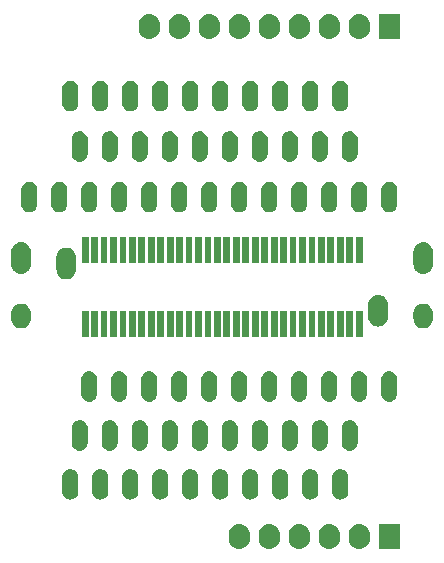
<source format=gts>
G04 #@! TF.FileFunction,Soldermask,Top*
%FSLAX46Y46*%
G04 Gerber Fmt 4.6, Leading zero omitted, Abs format (unit mm)*
G04 Created by KiCad (PCBNEW 4.0.2-stable) date 03/06/2016 13:11:46*
%MOMM*%
G01*
G04 APERTURE LIST*
%ADD10C,0.100000*%
G04 APERTURE END LIST*
D10*
G36*
X158061265Y-91199211D02*
X158061270Y-91199213D01*
X158061312Y-91199217D01*
X158229423Y-91251256D01*
X158384224Y-91334957D01*
X158519820Y-91447131D01*
X158631045Y-91583507D01*
X158713663Y-91738889D01*
X158764527Y-91907359D01*
X158781700Y-92082500D01*
X158781700Y-92397534D01*
X158781627Y-92408035D01*
X158781626Y-92408041D01*
X158781612Y-92410090D01*
X158761996Y-92584974D01*
X158708784Y-92752717D01*
X158624005Y-92906931D01*
X158510886Y-93041740D01*
X158373738Y-93152010D01*
X158217783Y-93233542D01*
X158048962Y-93283228D01*
X158048931Y-93283231D01*
X158048917Y-93283235D01*
X157873708Y-93299180D01*
X157698735Y-93280789D01*
X157698730Y-93280787D01*
X157698688Y-93280783D01*
X157530577Y-93228744D01*
X157375776Y-93145043D01*
X157240180Y-93032869D01*
X157128955Y-92896493D01*
X157046337Y-92741111D01*
X156995473Y-92572641D01*
X156978300Y-92397500D01*
X156978300Y-92082466D01*
X156978373Y-92071965D01*
X156978374Y-92071959D01*
X156978388Y-92069910D01*
X156998004Y-91895026D01*
X157051216Y-91727283D01*
X157135995Y-91573069D01*
X157249114Y-91438260D01*
X157386262Y-91327990D01*
X157542217Y-91246458D01*
X157711038Y-91196772D01*
X157711069Y-91196769D01*
X157711083Y-91196765D01*
X157886292Y-91180820D01*
X158061265Y-91199211D01*
X158061265Y-91199211D01*
G37*
G36*
X155521265Y-91199211D02*
X155521270Y-91199213D01*
X155521312Y-91199217D01*
X155689423Y-91251256D01*
X155844224Y-91334957D01*
X155979820Y-91447131D01*
X156091045Y-91583507D01*
X156173663Y-91738889D01*
X156224527Y-91907359D01*
X156241700Y-92082500D01*
X156241700Y-92397534D01*
X156241627Y-92408035D01*
X156241626Y-92408041D01*
X156241612Y-92410090D01*
X156221996Y-92584974D01*
X156168784Y-92752717D01*
X156084005Y-92906931D01*
X155970886Y-93041740D01*
X155833738Y-93152010D01*
X155677783Y-93233542D01*
X155508962Y-93283228D01*
X155508931Y-93283231D01*
X155508917Y-93283235D01*
X155333708Y-93299180D01*
X155158735Y-93280789D01*
X155158730Y-93280787D01*
X155158688Y-93280783D01*
X154990577Y-93228744D01*
X154835776Y-93145043D01*
X154700180Y-93032869D01*
X154588955Y-92896493D01*
X154506337Y-92741111D01*
X154455473Y-92572641D01*
X154438300Y-92397500D01*
X154438300Y-92082466D01*
X154438373Y-92071965D01*
X154438374Y-92071959D01*
X154438388Y-92069910D01*
X154458004Y-91895026D01*
X154511216Y-91727283D01*
X154595995Y-91573069D01*
X154709114Y-91438260D01*
X154846262Y-91327990D01*
X155002217Y-91246458D01*
X155171038Y-91196772D01*
X155171069Y-91196769D01*
X155171083Y-91196765D01*
X155346292Y-91180820D01*
X155521265Y-91199211D01*
X155521265Y-91199211D01*
G37*
G36*
X152981265Y-91199211D02*
X152981270Y-91199213D01*
X152981312Y-91199217D01*
X153149423Y-91251256D01*
X153304224Y-91334957D01*
X153439820Y-91447131D01*
X153551045Y-91583507D01*
X153633663Y-91738889D01*
X153684527Y-91907359D01*
X153701700Y-92082500D01*
X153701700Y-92397534D01*
X153701627Y-92408035D01*
X153701626Y-92408041D01*
X153701612Y-92410090D01*
X153681996Y-92584974D01*
X153628784Y-92752717D01*
X153544005Y-92906931D01*
X153430886Y-93041740D01*
X153293738Y-93152010D01*
X153137783Y-93233542D01*
X152968962Y-93283228D01*
X152968931Y-93283231D01*
X152968917Y-93283235D01*
X152793708Y-93299180D01*
X152618735Y-93280789D01*
X152618730Y-93280787D01*
X152618688Y-93280783D01*
X152450577Y-93228744D01*
X152295776Y-93145043D01*
X152160180Y-93032869D01*
X152048955Y-92896493D01*
X151966337Y-92741111D01*
X151915473Y-92572641D01*
X151898300Y-92397500D01*
X151898300Y-92082466D01*
X151898373Y-92071965D01*
X151898374Y-92071959D01*
X151898388Y-92069910D01*
X151918004Y-91895026D01*
X151971216Y-91727283D01*
X152055995Y-91573069D01*
X152169114Y-91438260D01*
X152306262Y-91327990D01*
X152462217Y-91246458D01*
X152631038Y-91196772D01*
X152631069Y-91196769D01*
X152631083Y-91196765D01*
X152806292Y-91180820D01*
X152981265Y-91199211D01*
X152981265Y-91199211D01*
G37*
G36*
X160601265Y-91199211D02*
X160601270Y-91199213D01*
X160601312Y-91199217D01*
X160769423Y-91251256D01*
X160924224Y-91334957D01*
X161059820Y-91447131D01*
X161171045Y-91583507D01*
X161253663Y-91738889D01*
X161304527Y-91907359D01*
X161321700Y-92082500D01*
X161321700Y-92397534D01*
X161321627Y-92408035D01*
X161321626Y-92408041D01*
X161321612Y-92410090D01*
X161301996Y-92584974D01*
X161248784Y-92752717D01*
X161164005Y-92906931D01*
X161050886Y-93041740D01*
X160913738Y-93152010D01*
X160757783Y-93233542D01*
X160588962Y-93283228D01*
X160588931Y-93283231D01*
X160588917Y-93283235D01*
X160413708Y-93299180D01*
X160238735Y-93280789D01*
X160238730Y-93280787D01*
X160238688Y-93280783D01*
X160070577Y-93228744D01*
X159915776Y-93145043D01*
X159780180Y-93032869D01*
X159668955Y-92896493D01*
X159586337Y-92741111D01*
X159535473Y-92572641D01*
X159518300Y-92397500D01*
X159518300Y-92082466D01*
X159518373Y-92071965D01*
X159518374Y-92071959D01*
X159518388Y-92069910D01*
X159538004Y-91895026D01*
X159591216Y-91727283D01*
X159675995Y-91573069D01*
X159789114Y-91438260D01*
X159926262Y-91327990D01*
X160082217Y-91246458D01*
X160251038Y-91196772D01*
X160251069Y-91196769D01*
X160251083Y-91196765D01*
X160426292Y-91180820D01*
X160601265Y-91199211D01*
X160601265Y-91199211D01*
G37*
G36*
X163141265Y-91199211D02*
X163141270Y-91199213D01*
X163141312Y-91199217D01*
X163309423Y-91251256D01*
X163464224Y-91334957D01*
X163599820Y-91447131D01*
X163711045Y-91583507D01*
X163793663Y-91738889D01*
X163844527Y-91907359D01*
X163861700Y-92082500D01*
X163861700Y-92397534D01*
X163861627Y-92408035D01*
X163861626Y-92408041D01*
X163861612Y-92410090D01*
X163841996Y-92584974D01*
X163788784Y-92752717D01*
X163704005Y-92906931D01*
X163590886Y-93041740D01*
X163453738Y-93152010D01*
X163297783Y-93233542D01*
X163128962Y-93283228D01*
X163128931Y-93283231D01*
X163128917Y-93283235D01*
X162953708Y-93299180D01*
X162778735Y-93280789D01*
X162778730Y-93280787D01*
X162778688Y-93280783D01*
X162610577Y-93228744D01*
X162455776Y-93145043D01*
X162320180Y-93032869D01*
X162208955Y-92896493D01*
X162126337Y-92741111D01*
X162075473Y-92572641D01*
X162058300Y-92397500D01*
X162058300Y-92082466D01*
X162058373Y-92071965D01*
X162058374Y-92071959D01*
X162058388Y-92069910D01*
X162078004Y-91895026D01*
X162131216Y-91727283D01*
X162215995Y-91573069D01*
X162329114Y-91438260D01*
X162466262Y-91327990D01*
X162622217Y-91246458D01*
X162791038Y-91196772D01*
X162791069Y-91196769D01*
X162791083Y-91196765D01*
X162966292Y-91180820D01*
X163141265Y-91199211D01*
X163141265Y-91199211D01*
G37*
G36*
X166401700Y-93294100D02*
X164598300Y-93294100D01*
X164598300Y-91185900D01*
X166401700Y-91185900D01*
X166401700Y-93294100D01*
X166401700Y-93294100D01*
G37*
G36*
X151228262Y-86528160D02*
X151335298Y-86539409D01*
X151335303Y-86539410D01*
X151335346Y-86539415D01*
X151460837Y-86578261D01*
X151576393Y-86640742D01*
X151677612Y-86724478D01*
X151760639Y-86826279D01*
X151822312Y-86942269D01*
X151860281Y-87068028D01*
X151873100Y-87198767D01*
X151873100Y-88441263D01*
X151873049Y-88448574D01*
X151873048Y-88448579D01*
X151873034Y-88450631D01*
X151858391Y-88581178D01*
X151818670Y-88706395D01*
X151755384Y-88821512D01*
X151670943Y-88922145D01*
X151568565Y-89004459D01*
X151452148Y-89065320D01*
X151326126Y-89102411D01*
X151326085Y-89102415D01*
X151326081Y-89102416D01*
X151195303Y-89114317D01*
X151195301Y-89114317D01*
X151171738Y-89111840D01*
X151064702Y-89100591D01*
X151064697Y-89100590D01*
X151064654Y-89100585D01*
X150939163Y-89061739D01*
X150823607Y-88999258D01*
X150722388Y-88915522D01*
X150639361Y-88813721D01*
X150577688Y-88697731D01*
X150539719Y-88571972D01*
X150526900Y-88441233D01*
X150526900Y-87198737D01*
X150526951Y-87191426D01*
X150526952Y-87191421D01*
X150526966Y-87189369D01*
X150541609Y-87058822D01*
X150581330Y-86933605D01*
X150644616Y-86818488D01*
X150729057Y-86717855D01*
X150831435Y-86635541D01*
X150947852Y-86574680D01*
X151073874Y-86537589D01*
X151073915Y-86537585D01*
X151073919Y-86537584D01*
X151204698Y-86525683D01*
X151204699Y-86525683D01*
X151228262Y-86528160D01*
X151228262Y-86528160D01*
G37*
G36*
X161388262Y-86528160D02*
X161495298Y-86539409D01*
X161495303Y-86539410D01*
X161495346Y-86539415D01*
X161620837Y-86578261D01*
X161736393Y-86640742D01*
X161837612Y-86724478D01*
X161920639Y-86826279D01*
X161982312Y-86942269D01*
X162020281Y-87068028D01*
X162033100Y-87198767D01*
X162033100Y-88441263D01*
X162033049Y-88448574D01*
X162033048Y-88448579D01*
X162033034Y-88450631D01*
X162018391Y-88581178D01*
X161978670Y-88706395D01*
X161915384Y-88821512D01*
X161830943Y-88922145D01*
X161728565Y-89004459D01*
X161612148Y-89065320D01*
X161486126Y-89102411D01*
X161486085Y-89102415D01*
X161486081Y-89102416D01*
X161355303Y-89114317D01*
X161355301Y-89114317D01*
X161331738Y-89111840D01*
X161224702Y-89100591D01*
X161224697Y-89100590D01*
X161224654Y-89100585D01*
X161099163Y-89061739D01*
X160983607Y-88999258D01*
X160882388Y-88915522D01*
X160799361Y-88813721D01*
X160737688Y-88697731D01*
X160699719Y-88571972D01*
X160686900Y-88441233D01*
X160686900Y-87198737D01*
X160686951Y-87191426D01*
X160686952Y-87191421D01*
X160686966Y-87189369D01*
X160701609Y-87058822D01*
X160741330Y-86933605D01*
X160804616Y-86818488D01*
X160889057Y-86717855D01*
X160991435Y-86635541D01*
X161107852Y-86574680D01*
X161233874Y-86537589D01*
X161233915Y-86537585D01*
X161233919Y-86537584D01*
X161364698Y-86525683D01*
X161364699Y-86525683D01*
X161388262Y-86528160D01*
X161388262Y-86528160D01*
G37*
G36*
X158848262Y-86528160D02*
X158955298Y-86539409D01*
X158955303Y-86539410D01*
X158955346Y-86539415D01*
X159080837Y-86578261D01*
X159196393Y-86640742D01*
X159297612Y-86724478D01*
X159380639Y-86826279D01*
X159442312Y-86942269D01*
X159480281Y-87068028D01*
X159493100Y-87198767D01*
X159493100Y-88441263D01*
X159493049Y-88448574D01*
X159493048Y-88448579D01*
X159493034Y-88450631D01*
X159478391Y-88581178D01*
X159438670Y-88706395D01*
X159375384Y-88821512D01*
X159290943Y-88922145D01*
X159188565Y-89004459D01*
X159072148Y-89065320D01*
X158946126Y-89102411D01*
X158946085Y-89102415D01*
X158946081Y-89102416D01*
X158815303Y-89114317D01*
X158815301Y-89114317D01*
X158791738Y-89111840D01*
X158684702Y-89100591D01*
X158684697Y-89100590D01*
X158684654Y-89100585D01*
X158559163Y-89061739D01*
X158443607Y-88999258D01*
X158342388Y-88915522D01*
X158259361Y-88813721D01*
X158197688Y-88697731D01*
X158159719Y-88571972D01*
X158146900Y-88441233D01*
X158146900Y-87198737D01*
X158146951Y-87191426D01*
X158146952Y-87191421D01*
X158146966Y-87189369D01*
X158161609Y-87058822D01*
X158201330Y-86933605D01*
X158264616Y-86818488D01*
X158349057Y-86717855D01*
X158451435Y-86635541D01*
X158567852Y-86574680D01*
X158693874Y-86537589D01*
X158693915Y-86537585D01*
X158693919Y-86537584D01*
X158824698Y-86525683D01*
X158824699Y-86525683D01*
X158848262Y-86528160D01*
X158848262Y-86528160D01*
G37*
G36*
X156308262Y-86528160D02*
X156415298Y-86539409D01*
X156415303Y-86539410D01*
X156415346Y-86539415D01*
X156540837Y-86578261D01*
X156656393Y-86640742D01*
X156757612Y-86724478D01*
X156840639Y-86826279D01*
X156902312Y-86942269D01*
X156940281Y-87068028D01*
X156953100Y-87198767D01*
X156953100Y-88441263D01*
X156953049Y-88448574D01*
X156953048Y-88448579D01*
X156953034Y-88450631D01*
X156938391Y-88581178D01*
X156898670Y-88706395D01*
X156835384Y-88821512D01*
X156750943Y-88922145D01*
X156648565Y-89004459D01*
X156532148Y-89065320D01*
X156406126Y-89102411D01*
X156406085Y-89102415D01*
X156406081Y-89102416D01*
X156275303Y-89114317D01*
X156275301Y-89114317D01*
X156251738Y-89111840D01*
X156144702Y-89100591D01*
X156144697Y-89100590D01*
X156144654Y-89100585D01*
X156019163Y-89061739D01*
X155903607Y-88999258D01*
X155802388Y-88915522D01*
X155719361Y-88813721D01*
X155657688Y-88697731D01*
X155619719Y-88571972D01*
X155606900Y-88441233D01*
X155606900Y-87198737D01*
X155606951Y-87191426D01*
X155606952Y-87191421D01*
X155606966Y-87189369D01*
X155621609Y-87058822D01*
X155661330Y-86933605D01*
X155724616Y-86818488D01*
X155809057Y-86717855D01*
X155911435Y-86635541D01*
X156027852Y-86574680D01*
X156153874Y-86537589D01*
X156153915Y-86537585D01*
X156153919Y-86537584D01*
X156284698Y-86525683D01*
X156284699Y-86525683D01*
X156308262Y-86528160D01*
X156308262Y-86528160D01*
G37*
G36*
X148688262Y-86528160D02*
X148795298Y-86539409D01*
X148795303Y-86539410D01*
X148795346Y-86539415D01*
X148920837Y-86578261D01*
X149036393Y-86640742D01*
X149137612Y-86724478D01*
X149220639Y-86826279D01*
X149282312Y-86942269D01*
X149320281Y-87068028D01*
X149333100Y-87198767D01*
X149333100Y-88441263D01*
X149333049Y-88448574D01*
X149333048Y-88448579D01*
X149333034Y-88450631D01*
X149318391Y-88581178D01*
X149278670Y-88706395D01*
X149215384Y-88821512D01*
X149130943Y-88922145D01*
X149028565Y-89004459D01*
X148912148Y-89065320D01*
X148786126Y-89102411D01*
X148786085Y-89102415D01*
X148786081Y-89102416D01*
X148655303Y-89114317D01*
X148655301Y-89114317D01*
X148631738Y-89111840D01*
X148524702Y-89100591D01*
X148524697Y-89100590D01*
X148524654Y-89100585D01*
X148399163Y-89061739D01*
X148283607Y-88999258D01*
X148182388Y-88915522D01*
X148099361Y-88813721D01*
X148037688Y-88697731D01*
X147999719Y-88571972D01*
X147986900Y-88441233D01*
X147986900Y-87198737D01*
X147986951Y-87191426D01*
X147986952Y-87191421D01*
X147986966Y-87189369D01*
X148001609Y-87058822D01*
X148041330Y-86933605D01*
X148104616Y-86818488D01*
X148189057Y-86717855D01*
X148291435Y-86635541D01*
X148407852Y-86574680D01*
X148533874Y-86537589D01*
X148533915Y-86537585D01*
X148533919Y-86537584D01*
X148664698Y-86525683D01*
X148664699Y-86525683D01*
X148688262Y-86528160D01*
X148688262Y-86528160D01*
G37*
G36*
X146148262Y-86528160D02*
X146255298Y-86539409D01*
X146255303Y-86539410D01*
X146255346Y-86539415D01*
X146380837Y-86578261D01*
X146496393Y-86640742D01*
X146597612Y-86724478D01*
X146680639Y-86826279D01*
X146742312Y-86942269D01*
X146780281Y-87068028D01*
X146793100Y-87198767D01*
X146793100Y-88441263D01*
X146793049Y-88448574D01*
X146793048Y-88448579D01*
X146793034Y-88450631D01*
X146778391Y-88581178D01*
X146738670Y-88706395D01*
X146675384Y-88821512D01*
X146590943Y-88922145D01*
X146488565Y-89004459D01*
X146372148Y-89065320D01*
X146246126Y-89102411D01*
X146246085Y-89102415D01*
X146246081Y-89102416D01*
X146115303Y-89114317D01*
X146115301Y-89114317D01*
X146091738Y-89111840D01*
X145984702Y-89100591D01*
X145984697Y-89100590D01*
X145984654Y-89100585D01*
X145859163Y-89061739D01*
X145743607Y-88999258D01*
X145642388Y-88915522D01*
X145559361Y-88813721D01*
X145497688Y-88697731D01*
X145459719Y-88571972D01*
X145446900Y-88441233D01*
X145446900Y-87198737D01*
X145446951Y-87191426D01*
X145446952Y-87191421D01*
X145446966Y-87189369D01*
X145461609Y-87058822D01*
X145501330Y-86933605D01*
X145564616Y-86818488D01*
X145649057Y-86717855D01*
X145751435Y-86635541D01*
X145867852Y-86574680D01*
X145993874Y-86537589D01*
X145993915Y-86537585D01*
X145993919Y-86537584D01*
X146124698Y-86525683D01*
X146124699Y-86525683D01*
X146148262Y-86528160D01*
X146148262Y-86528160D01*
G37*
G36*
X143608262Y-86528160D02*
X143715298Y-86539409D01*
X143715303Y-86539410D01*
X143715346Y-86539415D01*
X143840837Y-86578261D01*
X143956393Y-86640742D01*
X144057612Y-86724478D01*
X144140639Y-86826279D01*
X144202312Y-86942269D01*
X144240281Y-87068028D01*
X144253100Y-87198767D01*
X144253100Y-88441263D01*
X144253049Y-88448574D01*
X144253048Y-88448579D01*
X144253034Y-88450631D01*
X144238391Y-88581178D01*
X144198670Y-88706395D01*
X144135384Y-88821512D01*
X144050943Y-88922145D01*
X143948565Y-89004459D01*
X143832148Y-89065320D01*
X143706126Y-89102411D01*
X143706085Y-89102415D01*
X143706081Y-89102416D01*
X143575303Y-89114317D01*
X143575301Y-89114317D01*
X143551738Y-89111840D01*
X143444702Y-89100591D01*
X143444697Y-89100590D01*
X143444654Y-89100585D01*
X143319163Y-89061739D01*
X143203607Y-88999258D01*
X143102388Y-88915522D01*
X143019361Y-88813721D01*
X142957688Y-88697731D01*
X142919719Y-88571972D01*
X142906900Y-88441233D01*
X142906900Y-87198737D01*
X142906951Y-87191426D01*
X142906952Y-87191421D01*
X142906966Y-87189369D01*
X142921609Y-87058822D01*
X142961330Y-86933605D01*
X143024616Y-86818488D01*
X143109057Y-86717855D01*
X143211435Y-86635541D01*
X143327852Y-86574680D01*
X143453874Y-86537589D01*
X143453915Y-86537585D01*
X143453919Y-86537584D01*
X143584698Y-86525683D01*
X143584699Y-86525683D01*
X143608262Y-86528160D01*
X143608262Y-86528160D01*
G37*
G36*
X141068262Y-86528160D02*
X141175298Y-86539409D01*
X141175303Y-86539410D01*
X141175346Y-86539415D01*
X141300837Y-86578261D01*
X141416393Y-86640742D01*
X141517612Y-86724478D01*
X141600639Y-86826279D01*
X141662312Y-86942269D01*
X141700281Y-87068028D01*
X141713100Y-87198767D01*
X141713100Y-88441263D01*
X141713049Y-88448574D01*
X141713048Y-88448579D01*
X141713034Y-88450631D01*
X141698391Y-88581178D01*
X141658670Y-88706395D01*
X141595384Y-88821512D01*
X141510943Y-88922145D01*
X141408565Y-89004459D01*
X141292148Y-89065320D01*
X141166126Y-89102411D01*
X141166085Y-89102415D01*
X141166081Y-89102416D01*
X141035303Y-89114317D01*
X141035301Y-89114317D01*
X141011738Y-89111840D01*
X140904702Y-89100591D01*
X140904697Y-89100590D01*
X140904654Y-89100585D01*
X140779163Y-89061739D01*
X140663607Y-88999258D01*
X140562388Y-88915522D01*
X140479361Y-88813721D01*
X140417688Y-88697731D01*
X140379719Y-88571972D01*
X140366900Y-88441233D01*
X140366900Y-87198737D01*
X140366951Y-87191426D01*
X140366952Y-87191421D01*
X140366966Y-87189369D01*
X140381609Y-87058822D01*
X140421330Y-86933605D01*
X140484616Y-86818488D01*
X140569057Y-86717855D01*
X140671435Y-86635541D01*
X140787852Y-86574680D01*
X140913874Y-86537589D01*
X140913915Y-86537585D01*
X140913919Y-86537584D01*
X141044698Y-86525683D01*
X141044699Y-86525683D01*
X141068262Y-86528160D01*
X141068262Y-86528160D01*
G37*
G36*
X138528262Y-86528160D02*
X138635298Y-86539409D01*
X138635303Y-86539410D01*
X138635346Y-86539415D01*
X138760837Y-86578261D01*
X138876393Y-86640742D01*
X138977612Y-86724478D01*
X139060639Y-86826279D01*
X139122312Y-86942269D01*
X139160281Y-87068028D01*
X139173100Y-87198767D01*
X139173100Y-88441263D01*
X139173049Y-88448574D01*
X139173048Y-88448579D01*
X139173034Y-88450631D01*
X139158391Y-88581178D01*
X139118670Y-88706395D01*
X139055384Y-88821512D01*
X138970943Y-88922145D01*
X138868565Y-89004459D01*
X138752148Y-89065320D01*
X138626126Y-89102411D01*
X138626085Y-89102415D01*
X138626081Y-89102416D01*
X138495303Y-89114317D01*
X138495301Y-89114317D01*
X138471738Y-89111840D01*
X138364702Y-89100591D01*
X138364697Y-89100590D01*
X138364654Y-89100585D01*
X138239163Y-89061739D01*
X138123607Y-88999258D01*
X138022388Y-88915522D01*
X137939361Y-88813721D01*
X137877688Y-88697731D01*
X137839719Y-88571972D01*
X137826900Y-88441233D01*
X137826900Y-87198737D01*
X137826951Y-87191426D01*
X137826952Y-87191421D01*
X137826966Y-87189369D01*
X137841609Y-87058822D01*
X137881330Y-86933605D01*
X137944616Y-86818488D01*
X138029057Y-86717855D01*
X138131435Y-86635541D01*
X138247852Y-86574680D01*
X138373874Y-86537589D01*
X138373915Y-86537585D01*
X138373919Y-86537584D01*
X138504698Y-86525683D01*
X138504699Y-86525683D01*
X138528262Y-86528160D01*
X138528262Y-86528160D01*
G37*
G36*
X153768262Y-86528160D02*
X153875298Y-86539409D01*
X153875303Y-86539410D01*
X153875346Y-86539415D01*
X154000837Y-86578261D01*
X154116393Y-86640742D01*
X154217612Y-86724478D01*
X154300639Y-86826279D01*
X154362312Y-86942269D01*
X154400281Y-87068028D01*
X154413100Y-87198767D01*
X154413100Y-88441263D01*
X154413049Y-88448574D01*
X154413048Y-88448579D01*
X154413034Y-88450631D01*
X154398391Y-88581178D01*
X154358670Y-88706395D01*
X154295384Y-88821512D01*
X154210943Y-88922145D01*
X154108565Y-89004459D01*
X153992148Y-89065320D01*
X153866126Y-89102411D01*
X153866085Y-89102415D01*
X153866081Y-89102416D01*
X153735303Y-89114317D01*
X153735301Y-89114317D01*
X153711738Y-89111840D01*
X153604702Y-89100591D01*
X153604697Y-89100590D01*
X153604654Y-89100585D01*
X153479163Y-89061739D01*
X153363607Y-88999258D01*
X153262388Y-88915522D01*
X153179361Y-88813721D01*
X153117688Y-88697731D01*
X153079719Y-88571972D01*
X153066900Y-88441233D01*
X153066900Y-87198737D01*
X153066951Y-87191426D01*
X153066952Y-87191421D01*
X153066966Y-87189369D01*
X153081609Y-87058822D01*
X153121330Y-86933605D01*
X153184616Y-86818488D01*
X153269057Y-86717855D01*
X153371435Y-86635541D01*
X153487852Y-86574680D01*
X153613874Y-86537589D01*
X153613915Y-86537585D01*
X153613919Y-86537584D01*
X153744698Y-86525683D01*
X153744699Y-86525683D01*
X153768262Y-86528160D01*
X153768262Y-86528160D01*
G37*
G36*
X141868262Y-82388160D02*
X141975298Y-82399409D01*
X141975303Y-82399410D01*
X141975346Y-82399415D01*
X142100837Y-82438261D01*
X142216393Y-82500742D01*
X142317612Y-82584478D01*
X142400639Y-82686279D01*
X142462312Y-82802269D01*
X142500281Y-82928028D01*
X142513100Y-83058767D01*
X142513100Y-84301263D01*
X142513049Y-84308574D01*
X142513048Y-84308579D01*
X142513034Y-84310631D01*
X142498391Y-84441178D01*
X142458670Y-84566395D01*
X142395384Y-84681512D01*
X142310943Y-84782145D01*
X142208565Y-84864459D01*
X142092148Y-84925320D01*
X141966126Y-84962411D01*
X141966085Y-84962415D01*
X141966081Y-84962416D01*
X141835303Y-84974317D01*
X141835301Y-84974317D01*
X141811738Y-84971840D01*
X141704702Y-84960591D01*
X141704697Y-84960590D01*
X141704654Y-84960585D01*
X141579163Y-84921739D01*
X141463607Y-84859258D01*
X141362388Y-84775522D01*
X141279361Y-84673721D01*
X141217688Y-84557731D01*
X141179719Y-84431972D01*
X141166900Y-84301233D01*
X141166900Y-83058737D01*
X141166951Y-83051426D01*
X141166952Y-83051421D01*
X141166966Y-83049369D01*
X141181609Y-82918822D01*
X141221330Y-82793605D01*
X141284616Y-82678488D01*
X141369057Y-82577855D01*
X141471435Y-82495541D01*
X141587852Y-82434680D01*
X141713874Y-82397589D01*
X141713915Y-82397585D01*
X141713919Y-82397584D01*
X141844698Y-82385683D01*
X141844699Y-82385683D01*
X141868262Y-82388160D01*
X141868262Y-82388160D01*
G37*
G36*
X162188262Y-82388160D02*
X162295298Y-82399409D01*
X162295303Y-82399410D01*
X162295346Y-82399415D01*
X162420837Y-82438261D01*
X162536393Y-82500742D01*
X162637612Y-82584478D01*
X162720639Y-82686279D01*
X162782312Y-82802269D01*
X162820281Y-82928028D01*
X162833100Y-83058767D01*
X162833100Y-84301263D01*
X162833049Y-84308574D01*
X162833048Y-84308579D01*
X162833034Y-84310631D01*
X162818391Y-84441178D01*
X162778670Y-84566395D01*
X162715384Y-84681512D01*
X162630943Y-84782145D01*
X162528565Y-84864459D01*
X162412148Y-84925320D01*
X162286126Y-84962411D01*
X162286085Y-84962415D01*
X162286081Y-84962416D01*
X162155303Y-84974317D01*
X162155301Y-84974317D01*
X162131738Y-84971840D01*
X162024702Y-84960591D01*
X162024697Y-84960590D01*
X162024654Y-84960585D01*
X161899163Y-84921739D01*
X161783607Y-84859258D01*
X161682388Y-84775522D01*
X161599361Y-84673721D01*
X161537688Y-84557731D01*
X161499719Y-84431972D01*
X161486900Y-84301233D01*
X161486900Y-83058737D01*
X161486951Y-83051426D01*
X161486952Y-83051421D01*
X161486966Y-83049369D01*
X161501609Y-82918822D01*
X161541330Y-82793605D01*
X161604616Y-82678488D01*
X161689057Y-82577855D01*
X161791435Y-82495541D01*
X161907852Y-82434680D01*
X162033874Y-82397589D01*
X162033915Y-82397585D01*
X162033919Y-82397584D01*
X162164698Y-82385683D01*
X162164699Y-82385683D01*
X162188262Y-82388160D01*
X162188262Y-82388160D01*
G37*
G36*
X159648262Y-82388160D02*
X159755298Y-82399409D01*
X159755303Y-82399410D01*
X159755346Y-82399415D01*
X159880837Y-82438261D01*
X159996393Y-82500742D01*
X160097612Y-82584478D01*
X160180639Y-82686279D01*
X160242312Y-82802269D01*
X160280281Y-82928028D01*
X160293100Y-83058767D01*
X160293100Y-84301263D01*
X160293049Y-84308574D01*
X160293048Y-84308579D01*
X160293034Y-84310631D01*
X160278391Y-84441178D01*
X160238670Y-84566395D01*
X160175384Y-84681512D01*
X160090943Y-84782145D01*
X159988565Y-84864459D01*
X159872148Y-84925320D01*
X159746126Y-84962411D01*
X159746085Y-84962415D01*
X159746081Y-84962416D01*
X159615303Y-84974317D01*
X159615301Y-84974317D01*
X159591738Y-84971840D01*
X159484702Y-84960591D01*
X159484697Y-84960590D01*
X159484654Y-84960585D01*
X159359163Y-84921739D01*
X159243607Y-84859258D01*
X159142388Y-84775522D01*
X159059361Y-84673721D01*
X158997688Y-84557731D01*
X158959719Y-84431972D01*
X158946900Y-84301233D01*
X158946900Y-83058737D01*
X158946951Y-83051426D01*
X158946952Y-83051421D01*
X158946966Y-83049369D01*
X158961609Y-82918822D01*
X159001330Y-82793605D01*
X159064616Y-82678488D01*
X159149057Y-82577855D01*
X159251435Y-82495541D01*
X159367852Y-82434680D01*
X159493874Y-82397589D01*
X159493915Y-82397585D01*
X159493919Y-82397584D01*
X159624698Y-82385683D01*
X159624699Y-82385683D01*
X159648262Y-82388160D01*
X159648262Y-82388160D01*
G37*
G36*
X157108262Y-82388160D02*
X157215298Y-82399409D01*
X157215303Y-82399410D01*
X157215346Y-82399415D01*
X157340837Y-82438261D01*
X157456393Y-82500742D01*
X157557612Y-82584478D01*
X157640639Y-82686279D01*
X157702312Y-82802269D01*
X157740281Y-82928028D01*
X157753100Y-83058767D01*
X157753100Y-84301263D01*
X157753049Y-84308574D01*
X157753048Y-84308579D01*
X157753034Y-84310631D01*
X157738391Y-84441178D01*
X157698670Y-84566395D01*
X157635384Y-84681512D01*
X157550943Y-84782145D01*
X157448565Y-84864459D01*
X157332148Y-84925320D01*
X157206126Y-84962411D01*
X157206085Y-84962415D01*
X157206081Y-84962416D01*
X157075303Y-84974317D01*
X157075301Y-84974317D01*
X157051738Y-84971840D01*
X156944702Y-84960591D01*
X156944697Y-84960590D01*
X156944654Y-84960585D01*
X156819163Y-84921739D01*
X156703607Y-84859258D01*
X156602388Y-84775522D01*
X156519361Y-84673721D01*
X156457688Y-84557731D01*
X156419719Y-84431972D01*
X156406900Y-84301233D01*
X156406900Y-83058737D01*
X156406951Y-83051426D01*
X156406952Y-83051421D01*
X156406966Y-83049369D01*
X156421609Y-82918822D01*
X156461330Y-82793605D01*
X156524616Y-82678488D01*
X156609057Y-82577855D01*
X156711435Y-82495541D01*
X156827852Y-82434680D01*
X156953874Y-82397589D01*
X156953915Y-82397585D01*
X156953919Y-82397584D01*
X157084698Y-82385683D01*
X157084699Y-82385683D01*
X157108262Y-82388160D01*
X157108262Y-82388160D01*
G37*
G36*
X154568262Y-82388160D02*
X154675298Y-82399409D01*
X154675303Y-82399410D01*
X154675346Y-82399415D01*
X154800837Y-82438261D01*
X154916393Y-82500742D01*
X155017612Y-82584478D01*
X155100639Y-82686279D01*
X155162312Y-82802269D01*
X155200281Y-82928028D01*
X155213100Y-83058767D01*
X155213100Y-84301263D01*
X155213049Y-84308574D01*
X155213048Y-84308579D01*
X155213034Y-84310631D01*
X155198391Y-84441178D01*
X155158670Y-84566395D01*
X155095384Y-84681512D01*
X155010943Y-84782145D01*
X154908565Y-84864459D01*
X154792148Y-84925320D01*
X154666126Y-84962411D01*
X154666085Y-84962415D01*
X154666081Y-84962416D01*
X154535303Y-84974317D01*
X154535301Y-84974317D01*
X154511738Y-84971840D01*
X154404702Y-84960591D01*
X154404697Y-84960590D01*
X154404654Y-84960585D01*
X154279163Y-84921739D01*
X154163607Y-84859258D01*
X154062388Y-84775522D01*
X153979361Y-84673721D01*
X153917688Y-84557731D01*
X153879719Y-84431972D01*
X153866900Y-84301233D01*
X153866900Y-83058737D01*
X153866951Y-83051426D01*
X153866952Y-83051421D01*
X153866966Y-83049369D01*
X153881609Y-82918822D01*
X153921330Y-82793605D01*
X153984616Y-82678488D01*
X154069057Y-82577855D01*
X154171435Y-82495541D01*
X154287852Y-82434680D01*
X154413874Y-82397589D01*
X154413915Y-82397585D01*
X154413919Y-82397584D01*
X154544698Y-82385683D01*
X154544699Y-82385683D01*
X154568262Y-82388160D01*
X154568262Y-82388160D01*
G37*
G36*
X152028262Y-82388160D02*
X152135298Y-82399409D01*
X152135303Y-82399410D01*
X152135346Y-82399415D01*
X152260837Y-82438261D01*
X152376393Y-82500742D01*
X152477612Y-82584478D01*
X152560639Y-82686279D01*
X152622312Y-82802269D01*
X152660281Y-82928028D01*
X152673100Y-83058767D01*
X152673100Y-84301263D01*
X152673049Y-84308574D01*
X152673048Y-84308579D01*
X152673034Y-84310631D01*
X152658391Y-84441178D01*
X152618670Y-84566395D01*
X152555384Y-84681512D01*
X152470943Y-84782145D01*
X152368565Y-84864459D01*
X152252148Y-84925320D01*
X152126126Y-84962411D01*
X152126085Y-84962415D01*
X152126081Y-84962416D01*
X151995303Y-84974317D01*
X151995301Y-84974317D01*
X151971738Y-84971840D01*
X151864702Y-84960591D01*
X151864697Y-84960590D01*
X151864654Y-84960585D01*
X151739163Y-84921739D01*
X151623607Y-84859258D01*
X151522388Y-84775522D01*
X151439361Y-84673721D01*
X151377688Y-84557731D01*
X151339719Y-84431972D01*
X151326900Y-84301233D01*
X151326900Y-83058737D01*
X151326951Y-83051426D01*
X151326952Y-83051421D01*
X151326966Y-83049369D01*
X151341609Y-82918822D01*
X151381330Y-82793605D01*
X151444616Y-82678488D01*
X151529057Y-82577855D01*
X151631435Y-82495541D01*
X151747852Y-82434680D01*
X151873874Y-82397589D01*
X151873915Y-82397585D01*
X151873919Y-82397584D01*
X152004698Y-82385683D01*
X152004699Y-82385683D01*
X152028262Y-82388160D01*
X152028262Y-82388160D01*
G37*
G36*
X149488262Y-82388160D02*
X149595298Y-82399409D01*
X149595303Y-82399410D01*
X149595346Y-82399415D01*
X149720837Y-82438261D01*
X149836393Y-82500742D01*
X149937612Y-82584478D01*
X150020639Y-82686279D01*
X150082312Y-82802269D01*
X150120281Y-82928028D01*
X150133100Y-83058767D01*
X150133100Y-84301263D01*
X150133049Y-84308574D01*
X150133048Y-84308579D01*
X150133034Y-84310631D01*
X150118391Y-84441178D01*
X150078670Y-84566395D01*
X150015384Y-84681512D01*
X149930943Y-84782145D01*
X149828565Y-84864459D01*
X149712148Y-84925320D01*
X149586126Y-84962411D01*
X149586085Y-84962415D01*
X149586081Y-84962416D01*
X149455303Y-84974317D01*
X149455301Y-84974317D01*
X149431738Y-84971840D01*
X149324702Y-84960591D01*
X149324697Y-84960590D01*
X149324654Y-84960585D01*
X149199163Y-84921739D01*
X149083607Y-84859258D01*
X148982388Y-84775522D01*
X148899361Y-84673721D01*
X148837688Y-84557731D01*
X148799719Y-84431972D01*
X148786900Y-84301233D01*
X148786900Y-83058737D01*
X148786951Y-83051426D01*
X148786952Y-83051421D01*
X148786966Y-83049369D01*
X148801609Y-82918822D01*
X148841330Y-82793605D01*
X148904616Y-82678488D01*
X148989057Y-82577855D01*
X149091435Y-82495541D01*
X149207852Y-82434680D01*
X149333874Y-82397589D01*
X149333915Y-82397585D01*
X149333919Y-82397584D01*
X149464698Y-82385683D01*
X149464699Y-82385683D01*
X149488262Y-82388160D01*
X149488262Y-82388160D01*
G37*
G36*
X139328262Y-82388160D02*
X139435298Y-82399409D01*
X139435303Y-82399410D01*
X139435346Y-82399415D01*
X139560837Y-82438261D01*
X139676393Y-82500742D01*
X139777612Y-82584478D01*
X139860639Y-82686279D01*
X139922312Y-82802269D01*
X139960281Y-82928028D01*
X139973100Y-83058767D01*
X139973100Y-84301263D01*
X139973049Y-84308574D01*
X139973048Y-84308579D01*
X139973034Y-84310631D01*
X139958391Y-84441178D01*
X139918670Y-84566395D01*
X139855384Y-84681512D01*
X139770943Y-84782145D01*
X139668565Y-84864459D01*
X139552148Y-84925320D01*
X139426126Y-84962411D01*
X139426085Y-84962415D01*
X139426081Y-84962416D01*
X139295303Y-84974317D01*
X139295301Y-84974317D01*
X139271738Y-84971840D01*
X139164702Y-84960591D01*
X139164697Y-84960590D01*
X139164654Y-84960585D01*
X139039163Y-84921739D01*
X138923607Y-84859258D01*
X138822388Y-84775522D01*
X138739361Y-84673721D01*
X138677688Y-84557731D01*
X138639719Y-84431972D01*
X138626900Y-84301233D01*
X138626900Y-83058737D01*
X138626951Y-83051426D01*
X138626952Y-83051421D01*
X138626966Y-83049369D01*
X138641609Y-82918822D01*
X138681330Y-82793605D01*
X138744616Y-82678488D01*
X138829057Y-82577855D01*
X138931435Y-82495541D01*
X139047852Y-82434680D01*
X139173874Y-82397589D01*
X139173915Y-82397585D01*
X139173919Y-82397584D01*
X139304698Y-82385683D01*
X139304699Y-82385683D01*
X139328262Y-82388160D01*
X139328262Y-82388160D01*
G37*
G36*
X146948262Y-82388160D02*
X147055298Y-82399409D01*
X147055303Y-82399410D01*
X147055346Y-82399415D01*
X147180837Y-82438261D01*
X147296393Y-82500742D01*
X147397612Y-82584478D01*
X147480639Y-82686279D01*
X147542312Y-82802269D01*
X147580281Y-82928028D01*
X147593100Y-83058767D01*
X147593100Y-84301263D01*
X147593049Y-84308574D01*
X147593048Y-84308579D01*
X147593034Y-84310631D01*
X147578391Y-84441178D01*
X147538670Y-84566395D01*
X147475384Y-84681512D01*
X147390943Y-84782145D01*
X147288565Y-84864459D01*
X147172148Y-84925320D01*
X147046126Y-84962411D01*
X147046085Y-84962415D01*
X147046081Y-84962416D01*
X146915303Y-84974317D01*
X146915301Y-84974317D01*
X146891738Y-84971840D01*
X146784702Y-84960591D01*
X146784697Y-84960590D01*
X146784654Y-84960585D01*
X146659163Y-84921739D01*
X146543607Y-84859258D01*
X146442388Y-84775522D01*
X146359361Y-84673721D01*
X146297688Y-84557731D01*
X146259719Y-84431972D01*
X146246900Y-84301233D01*
X146246900Y-83058737D01*
X146246951Y-83051426D01*
X146246952Y-83051421D01*
X146246966Y-83049369D01*
X146261609Y-82918822D01*
X146301330Y-82793605D01*
X146364616Y-82678488D01*
X146449057Y-82577855D01*
X146551435Y-82495541D01*
X146667852Y-82434680D01*
X146793874Y-82397589D01*
X146793915Y-82397585D01*
X146793919Y-82397584D01*
X146924698Y-82385683D01*
X146924699Y-82385683D01*
X146948262Y-82388160D01*
X146948262Y-82388160D01*
G37*
G36*
X144408262Y-82388160D02*
X144515298Y-82399409D01*
X144515303Y-82399410D01*
X144515346Y-82399415D01*
X144640837Y-82438261D01*
X144756393Y-82500742D01*
X144857612Y-82584478D01*
X144940639Y-82686279D01*
X145002312Y-82802269D01*
X145040281Y-82928028D01*
X145053100Y-83058767D01*
X145053100Y-84301263D01*
X145053049Y-84308574D01*
X145053048Y-84308579D01*
X145053034Y-84310631D01*
X145038391Y-84441178D01*
X144998670Y-84566395D01*
X144935384Y-84681512D01*
X144850943Y-84782145D01*
X144748565Y-84864459D01*
X144632148Y-84925320D01*
X144506126Y-84962411D01*
X144506085Y-84962415D01*
X144506081Y-84962416D01*
X144375303Y-84974317D01*
X144375301Y-84974317D01*
X144351738Y-84971840D01*
X144244702Y-84960591D01*
X144244697Y-84960590D01*
X144244654Y-84960585D01*
X144119163Y-84921739D01*
X144003607Y-84859258D01*
X143902388Y-84775522D01*
X143819361Y-84673721D01*
X143757688Y-84557731D01*
X143719719Y-84431972D01*
X143706900Y-84301233D01*
X143706900Y-83058737D01*
X143706951Y-83051426D01*
X143706952Y-83051421D01*
X143706966Y-83049369D01*
X143721609Y-82918822D01*
X143761330Y-82793605D01*
X143824616Y-82678488D01*
X143909057Y-82577855D01*
X144011435Y-82495541D01*
X144127852Y-82434680D01*
X144253874Y-82397589D01*
X144253915Y-82397585D01*
X144253919Y-82397584D01*
X144384698Y-82385683D01*
X144384699Y-82385683D01*
X144408262Y-82388160D01*
X144408262Y-82388160D01*
G37*
G36*
X162988262Y-78248160D02*
X163095298Y-78259409D01*
X163095303Y-78259410D01*
X163095346Y-78259415D01*
X163220837Y-78298261D01*
X163336393Y-78360742D01*
X163437612Y-78444478D01*
X163520639Y-78546279D01*
X163582312Y-78662269D01*
X163620281Y-78788028D01*
X163633100Y-78918767D01*
X163633100Y-80161263D01*
X163633049Y-80168574D01*
X163633048Y-80168579D01*
X163633034Y-80170631D01*
X163618391Y-80301178D01*
X163578670Y-80426395D01*
X163515384Y-80541512D01*
X163430943Y-80642145D01*
X163328565Y-80724459D01*
X163212148Y-80785320D01*
X163086126Y-80822411D01*
X163086085Y-80822415D01*
X163086081Y-80822416D01*
X162955303Y-80834317D01*
X162955301Y-80834317D01*
X162931738Y-80831840D01*
X162824702Y-80820591D01*
X162824697Y-80820590D01*
X162824654Y-80820585D01*
X162699163Y-80781739D01*
X162583607Y-80719258D01*
X162482388Y-80635522D01*
X162399361Y-80533721D01*
X162337688Y-80417731D01*
X162299719Y-80291972D01*
X162286900Y-80161233D01*
X162286900Y-78918737D01*
X162286951Y-78911426D01*
X162286952Y-78911421D01*
X162286966Y-78909369D01*
X162301609Y-78778822D01*
X162341330Y-78653605D01*
X162404616Y-78538488D01*
X162489057Y-78437855D01*
X162591435Y-78355541D01*
X162707852Y-78294680D01*
X162833874Y-78257589D01*
X162833915Y-78257585D01*
X162833919Y-78257584D01*
X162964698Y-78245683D01*
X162964699Y-78245683D01*
X162988262Y-78248160D01*
X162988262Y-78248160D01*
G37*
G36*
X160448262Y-78248160D02*
X160555298Y-78259409D01*
X160555303Y-78259410D01*
X160555346Y-78259415D01*
X160680837Y-78298261D01*
X160796393Y-78360742D01*
X160897612Y-78444478D01*
X160980639Y-78546279D01*
X161042312Y-78662269D01*
X161080281Y-78788028D01*
X161093100Y-78918767D01*
X161093100Y-80161263D01*
X161093049Y-80168574D01*
X161093048Y-80168579D01*
X161093034Y-80170631D01*
X161078391Y-80301178D01*
X161038670Y-80426395D01*
X160975384Y-80541512D01*
X160890943Y-80642145D01*
X160788565Y-80724459D01*
X160672148Y-80785320D01*
X160546126Y-80822411D01*
X160546085Y-80822415D01*
X160546081Y-80822416D01*
X160415303Y-80834317D01*
X160415301Y-80834317D01*
X160391738Y-80831840D01*
X160284702Y-80820591D01*
X160284697Y-80820590D01*
X160284654Y-80820585D01*
X160159163Y-80781739D01*
X160043607Y-80719258D01*
X159942388Y-80635522D01*
X159859361Y-80533721D01*
X159797688Y-80417731D01*
X159759719Y-80291972D01*
X159746900Y-80161233D01*
X159746900Y-78918737D01*
X159746951Y-78911426D01*
X159746952Y-78911421D01*
X159746966Y-78909369D01*
X159761609Y-78778822D01*
X159801330Y-78653605D01*
X159864616Y-78538488D01*
X159949057Y-78437855D01*
X160051435Y-78355541D01*
X160167852Y-78294680D01*
X160293874Y-78257589D01*
X160293915Y-78257585D01*
X160293919Y-78257584D01*
X160424698Y-78245683D01*
X160424699Y-78245683D01*
X160448262Y-78248160D01*
X160448262Y-78248160D01*
G37*
G36*
X157908262Y-78248160D02*
X158015298Y-78259409D01*
X158015303Y-78259410D01*
X158015346Y-78259415D01*
X158140837Y-78298261D01*
X158256393Y-78360742D01*
X158357612Y-78444478D01*
X158440639Y-78546279D01*
X158502312Y-78662269D01*
X158540281Y-78788028D01*
X158553100Y-78918767D01*
X158553100Y-80161263D01*
X158553049Y-80168574D01*
X158553048Y-80168579D01*
X158553034Y-80170631D01*
X158538391Y-80301178D01*
X158498670Y-80426395D01*
X158435384Y-80541512D01*
X158350943Y-80642145D01*
X158248565Y-80724459D01*
X158132148Y-80785320D01*
X158006126Y-80822411D01*
X158006085Y-80822415D01*
X158006081Y-80822416D01*
X157875303Y-80834317D01*
X157875301Y-80834317D01*
X157851738Y-80831840D01*
X157744702Y-80820591D01*
X157744697Y-80820590D01*
X157744654Y-80820585D01*
X157619163Y-80781739D01*
X157503607Y-80719258D01*
X157402388Y-80635522D01*
X157319361Y-80533721D01*
X157257688Y-80417731D01*
X157219719Y-80291972D01*
X157206900Y-80161233D01*
X157206900Y-78918737D01*
X157206951Y-78911426D01*
X157206952Y-78911421D01*
X157206966Y-78909369D01*
X157221609Y-78778822D01*
X157261330Y-78653605D01*
X157324616Y-78538488D01*
X157409057Y-78437855D01*
X157511435Y-78355541D01*
X157627852Y-78294680D01*
X157753874Y-78257589D01*
X157753915Y-78257585D01*
X157753919Y-78257584D01*
X157884698Y-78245683D01*
X157884699Y-78245683D01*
X157908262Y-78248160D01*
X157908262Y-78248160D01*
G37*
G36*
X155368262Y-78248160D02*
X155475298Y-78259409D01*
X155475303Y-78259410D01*
X155475346Y-78259415D01*
X155600837Y-78298261D01*
X155716393Y-78360742D01*
X155817612Y-78444478D01*
X155900639Y-78546279D01*
X155962312Y-78662269D01*
X156000281Y-78788028D01*
X156013100Y-78918767D01*
X156013100Y-80161263D01*
X156013049Y-80168574D01*
X156013048Y-80168579D01*
X156013034Y-80170631D01*
X155998391Y-80301178D01*
X155958670Y-80426395D01*
X155895384Y-80541512D01*
X155810943Y-80642145D01*
X155708565Y-80724459D01*
X155592148Y-80785320D01*
X155466126Y-80822411D01*
X155466085Y-80822415D01*
X155466081Y-80822416D01*
X155335303Y-80834317D01*
X155335301Y-80834317D01*
X155311738Y-80831840D01*
X155204702Y-80820591D01*
X155204697Y-80820590D01*
X155204654Y-80820585D01*
X155079163Y-80781739D01*
X154963607Y-80719258D01*
X154862388Y-80635522D01*
X154779361Y-80533721D01*
X154717688Y-80417731D01*
X154679719Y-80291972D01*
X154666900Y-80161233D01*
X154666900Y-78918737D01*
X154666951Y-78911426D01*
X154666952Y-78911421D01*
X154666966Y-78909369D01*
X154681609Y-78778822D01*
X154721330Y-78653605D01*
X154784616Y-78538488D01*
X154869057Y-78437855D01*
X154971435Y-78355541D01*
X155087852Y-78294680D01*
X155213874Y-78257589D01*
X155213915Y-78257585D01*
X155213919Y-78257584D01*
X155344698Y-78245683D01*
X155344699Y-78245683D01*
X155368262Y-78248160D01*
X155368262Y-78248160D01*
G37*
G36*
X165528262Y-78248160D02*
X165635298Y-78259409D01*
X165635303Y-78259410D01*
X165635346Y-78259415D01*
X165760837Y-78298261D01*
X165876393Y-78360742D01*
X165977612Y-78444478D01*
X166060639Y-78546279D01*
X166122312Y-78662269D01*
X166160281Y-78788028D01*
X166173100Y-78918767D01*
X166173100Y-80161263D01*
X166173049Y-80168574D01*
X166173048Y-80168579D01*
X166173034Y-80170631D01*
X166158391Y-80301178D01*
X166118670Y-80426395D01*
X166055384Y-80541512D01*
X165970943Y-80642145D01*
X165868565Y-80724459D01*
X165752148Y-80785320D01*
X165626126Y-80822411D01*
X165626085Y-80822415D01*
X165626081Y-80822416D01*
X165495303Y-80834317D01*
X165495301Y-80834317D01*
X165471738Y-80831840D01*
X165364702Y-80820591D01*
X165364697Y-80820590D01*
X165364654Y-80820585D01*
X165239163Y-80781739D01*
X165123607Y-80719258D01*
X165022388Y-80635522D01*
X164939361Y-80533721D01*
X164877688Y-80417731D01*
X164839719Y-80291972D01*
X164826900Y-80161233D01*
X164826900Y-78918737D01*
X164826951Y-78911426D01*
X164826952Y-78911421D01*
X164826966Y-78909369D01*
X164841609Y-78778822D01*
X164881330Y-78653605D01*
X164944616Y-78538488D01*
X165029057Y-78437855D01*
X165131435Y-78355541D01*
X165247852Y-78294680D01*
X165373874Y-78257589D01*
X165373915Y-78257585D01*
X165373919Y-78257584D01*
X165504698Y-78245683D01*
X165504699Y-78245683D01*
X165528262Y-78248160D01*
X165528262Y-78248160D01*
G37*
G36*
X152828262Y-78248160D02*
X152935298Y-78259409D01*
X152935303Y-78259410D01*
X152935346Y-78259415D01*
X153060837Y-78298261D01*
X153176393Y-78360742D01*
X153277612Y-78444478D01*
X153360639Y-78546279D01*
X153422312Y-78662269D01*
X153460281Y-78788028D01*
X153473100Y-78918767D01*
X153473100Y-80161263D01*
X153473049Y-80168574D01*
X153473048Y-80168579D01*
X153473034Y-80170631D01*
X153458391Y-80301178D01*
X153418670Y-80426395D01*
X153355384Y-80541512D01*
X153270943Y-80642145D01*
X153168565Y-80724459D01*
X153052148Y-80785320D01*
X152926126Y-80822411D01*
X152926085Y-80822415D01*
X152926081Y-80822416D01*
X152795303Y-80834317D01*
X152795301Y-80834317D01*
X152771738Y-80831840D01*
X152664702Y-80820591D01*
X152664697Y-80820590D01*
X152664654Y-80820585D01*
X152539163Y-80781739D01*
X152423607Y-80719258D01*
X152322388Y-80635522D01*
X152239361Y-80533721D01*
X152177688Y-80417731D01*
X152139719Y-80291972D01*
X152126900Y-80161233D01*
X152126900Y-78918737D01*
X152126951Y-78911426D01*
X152126952Y-78911421D01*
X152126966Y-78909369D01*
X152141609Y-78778822D01*
X152181330Y-78653605D01*
X152244616Y-78538488D01*
X152329057Y-78437855D01*
X152431435Y-78355541D01*
X152547852Y-78294680D01*
X152673874Y-78257589D01*
X152673915Y-78257585D01*
X152673919Y-78257584D01*
X152804698Y-78245683D01*
X152804699Y-78245683D01*
X152828262Y-78248160D01*
X152828262Y-78248160D01*
G37*
G36*
X147748262Y-78248160D02*
X147855298Y-78259409D01*
X147855303Y-78259410D01*
X147855346Y-78259415D01*
X147980837Y-78298261D01*
X148096393Y-78360742D01*
X148197612Y-78444478D01*
X148280639Y-78546279D01*
X148342312Y-78662269D01*
X148380281Y-78788028D01*
X148393100Y-78918767D01*
X148393100Y-80161263D01*
X148393049Y-80168574D01*
X148393048Y-80168579D01*
X148393034Y-80170631D01*
X148378391Y-80301178D01*
X148338670Y-80426395D01*
X148275384Y-80541512D01*
X148190943Y-80642145D01*
X148088565Y-80724459D01*
X147972148Y-80785320D01*
X147846126Y-80822411D01*
X147846085Y-80822415D01*
X147846081Y-80822416D01*
X147715303Y-80834317D01*
X147715301Y-80834317D01*
X147691738Y-80831840D01*
X147584702Y-80820591D01*
X147584697Y-80820590D01*
X147584654Y-80820585D01*
X147459163Y-80781739D01*
X147343607Y-80719258D01*
X147242388Y-80635522D01*
X147159361Y-80533721D01*
X147097688Y-80417731D01*
X147059719Y-80291972D01*
X147046900Y-80161233D01*
X147046900Y-78918737D01*
X147046951Y-78911426D01*
X147046952Y-78911421D01*
X147046966Y-78909369D01*
X147061609Y-78778822D01*
X147101330Y-78653605D01*
X147164616Y-78538488D01*
X147249057Y-78437855D01*
X147351435Y-78355541D01*
X147467852Y-78294680D01*
X147593874Y-78257589D01*
X147593915Y-78257585D01*
X147593919Y-78257584D01*
X147724698Y-78245683D01*
X147724699Y-78245683D01*
X147748262Y-78248160D01*
X147748262Y-78248160D01*
G37*
G36*
X145208262Y-78248160D02*
X145315298Y-78259409D01*
X145315303Y-78259410D01*
X145315346Y-78259415D01*
X145440837Y-78298261D01*
X145556393Y-78360742D01*
X145657612Y-78444478D01*
X145740639Y-78546279D01*
X145802312Y-78662269D01*
X145840281Y-78788028D01*
X145853100Y-78918767D01*
X145853100Y-80161263D01*
X145853049Y-80168574D01*
X145853048Y-80168579D01*
X145853034Y-80170631D01*
X145838391Y-80301178D01*
X145798670Y-80426395D01*
X145735384Y-80541512D01*
X145650943Y-80642145D01*
X145548565Y-80724459D01*
X145432148Y-80785320D01*
X145306126Y-80822411D01*
X145306085Y-80822415D01*
X145306081Y-80822416D01*
X145175303Y-80834317D01*
X145175301Y-80834317D01*
X145151738Y-80831840D01*
X145044702Y-80820591D01*
X145044697Y-80820590D01*
X145044654Y-80820585D01*
X144919163Y-80781739D01*
X144803607Y-80719258D01*
X144702388Y-80635522D01*
X144619361Y-80533721D01*
X144557688Y-80417731D01*
X144519719Y-80291972D01*
X144506900Y-80161233D01*
X144506900Y-78918737D01*
X144506951Y-78911426D01*
X144506952Y-78911421D01*
X144506966Y-78909369D01*
X144521609Y-78778822D01*
X144561330Y-78653605D01*
X144624616Y-78538488D01*
X144709057Y-78437855D01*
X144811435Y-78355541D01*
X144927852Y-78294680D01*
X145053874Y-78257589D01*
X145053915Y-78257585D01*
X145053919Y-78257584D01*
X145184698Y-78245683D01*
X145184699Y-78245683D01*
X145208262Y-78248160D01*
X145208262Y-78248160D01*
G37*
G36*
X142668262Y-78248160D02*
X142775298Y-78259409D01*
X142775303Y-78259410D01*
X142775346Y-78259415D01*
X142900837Y-78298261D01*
X143016393Y-78360742D01*
X143117612Y-78444478D01*
X143200639Y-78546279D01*
X143262312Y-78662269D01*
X143300281Y-78788028D01*
X143313100Y-78918767D01*
X143313100Y-80161263D01*
X143313049Y-80168574D01*
X143313048Y-80168579D01*
X143313034Y-80170631D01*
X143298391Y-80301178D01*
X143258670Y-80426395D01*
X143195384Y-80541512D01*
X143110943Y-80642145D01*
X143008565Y-80724459D01*
X142892148Y-80785320D01*
X142766126Y-80822411D01*
X142766085Y-80822415D01*
X142766081Y-80822416D01*
X142635303Y-80834317D01*
X142635301Y-80834317D01*
X142611738Y-80831840D01*
X142504702Y-80820591D01*
X142504697Y-80820590D01*
X142504654Y-80820585D01*
X142379163Y-80781739D01*
X142263607Y-80719258D01*
X142162388Y-80635522D01*
X142079361Y-80533721D01*
X142017688Y-80417731D01*
X141979719Y-80291972D01*
X141966900Y-80161233D01*
X141966900Y-78918737D01*
X141966951Y-78911426D01*
X141966952Y-78911421D01*
X141966966Y-78909369D01*
X141981609Y-78778822D01*
X142021330Y-78653605D01*
X142084616Y-78538488D01*
X142169057Y-78437855D01*
X142271435Y-78355541D01*
X142387852Y-78294680D01*
X142513874Y-78257589D01*
X142513915Y-78257585D01*
X142513919Y-78257584D01*
X142644698Y-78245683D01*
X142644699Y-78245683D01*
X142668262Y-78248160D01*
X142668262Y-78248160D01*
G37*
G36*
X150288262Y-78248160D02*
X150395298Y-78259409D01*
X150395303Y-78259410D01*
X150395346Y-78259415D01*
X150520837Y-78298261D01*
X150636393Y-78360742D01*
X150737612Y-78444478D01*
X150820639Y-78546279D01*
X150882312Y-78662269D01*
X150920281Y-78788028D01*
X150933100Y-78918767D01*
X150933100Y-80161263D01*
X150933049Y-80168574D01*
X150933048Y-80168579D01*
X150933034Y-80170631D01*
X150918391Y-80301178D01*
X150878670Y-80426395D01*
X150815384Y-80541512D01*
X150730943Y-80642145D01*
X150628565Y-80724459D01*
X150512148Y-80785320D01*
X150386126Y-80822411D01*
X150386085Y-80822415D01*
X150386081Y-80822416D01*
X150255303Y-80834317D01*
X150255301Y-80834317D01*
X150231738Y-80831840D01*
X150124702Y-80820591D01*
X150124697Y-80820590D01*
X150124654Y-80820585D01*
X149999163Y-80781739D01*
X149883607Y-80719258D01*
X149782388Y-80635522D01*
X149699361Y-80533721D01*
X149637688Y-80417731D01*
X149599719Y-80291972D01*
X149586900Y-80161233D01*
X149586900Y-78918737D01*
X149586951Y-78911426D01*
X149586952Y-78911421D01*
X149586966Y-78909369D01*
X149601609Y-78778822D01*
X149641330Y-78653605D01*
X149704616Y-78538488D01*
X149789057Y-78437855D01*
X149891435Y-78355541D01*
X150007852Y-78294680D01*
X150133874Y-78257589D01*
X150133915Y-78257585D01*
X150133919Y-78257584D01*
X150264698Y-78245683D01*
X150264699Y-78245683D01*
X150288262Y-78248160D01*
X150288262Y-78248160D01*
G37*
G36*
X140128262Y-78248160D02*
X140235298Y-78259409D01*
X140235303Y-78259410D01*
X140235346Y-78259415D01*
X140360837Y-78298261D01*
X140476393Y-78360742D01*
X140577612Y-78444478D01*
X140660639Y-78546279D01*
X140722312Y-78662269D01*
X140760281Y-78788028D01*
X140773100Y-78918767D01*
X140773100Y-80161263D01*
X140773049Y-80168574D01*
X140773048Y-80168579D01*
X140773034Y-80170631D01*
X140758391Y-80301178D01*
X140718670Y-80426395D01*
X140655384Y-80541512D01*
X140570943Y-80642145D01*
X140468565Y-80724459D01*
X140352148Y-80785320D01*
X140226126Y-80822411D01*
X140226085Y-80822415D01*
X140226081Y-80822416D01*
X140095303Y-80834317D01*
X140095301Y-80834317D01*
X140071738Y-80831840D01*
X139964702Y-80820591D01*
X139964697Y-80820590D01*
X139964654Y-80820585D01*
X139839163Y-80781739D01*
X139723607Y-80719258D01*
X139622388Y-80635522D01*
X139539361Y-80533721D01*
X139477688Y-80417731D01*
X139439719Y-80291972D01*
X139426900Y-80161233D01*
X139426900Y-78918737D01*
X139426951Y-78911426D01*
X139426952Y-78911421D01*
X139426966Y-78909369D01*
X139441609Y-78778822D01*
X139481330Y-78653605D01*
X139544616Y-78538488D01*
X139629057Y-78437855D01*
X139731435Y-78355541D01*
X139847852Y-78294680D01*
X139973874Y-78257589D01*
X139973915Y-78257585D01*
X139973919Y-78257584D01*
X140104698Y-78245683D01*
X140104699Y-78245683D01*
X140128262Y-78248160D01*
X140128262Y-78248160D01*
G37*
G36*
X153648100Y-75358100D02*
X153071900Y-75358100D01*
X153071900Y-73181900D01*
X153648100Y-73181900D01*
X153648100Y-75358100D01*
X153648100Y-75358100D01*
G37*
G36*
X154448100Y-75358100D02*
X153871900Y-75358100D01*
X153871900Y-73181900D01*
X154448100Y-73181900D01*
X154448100Y-75358100D01*
X154448100Y-75358100D01*
G37*
G36*
X155248100Y-75358100D02*
X154671900Y-75358100D01*
X154671900Y-73181900D01*
X155248100Y-73181900D01*
X155248100Y-75358100D01*
X155248100Y-75358100D01*
G37*
G36*
X156048100Y-75358100D02*
X155471900Y-75358100D01*
X155471900Y-73181900D01*
X156048100Y-73181900D01*
X156048100Y-75358100D01*
X156048100Y-75358100D01*
G37*
G36*
X156848100Y-75358100D02*
X156271900Y-75358100D01*
X156271900Y-73181900D01*
X156848100Y-73181900D01*
X156848100Y-75358100D01*
X156848100Y-75358100D01*
G37*
G36*
X157648100Y-75358100D02*
X157071900Y-75358100D01*
X157071900Y-73181900D01*
X157648100Y-73181900D01*
X157648100Y-75358100D01*
X157648100Y-75358100D01*
G37*
G36*
X158448100Y-75358100D02*
X157871900Y-75358100D01*
X157871900Y-73181900D01*
X158448100Y-73181900D01*
X158448100Y-75358100D01*
X158448100Y-75358100D01*
G37*
G36*
X159248100Y-75358100D02*
X158671900Y-75358100D01*
X158671900Y-73181900D01*
X159248100Y-73181900D01*
X159248100Y-75358100D01*
X159248100Y-75358100D01*
G37*
G36*
X160048100Y-75358100D02*
X159471900Y-75358100D01*
X159471900Y-73181900D01*
X160048100Y-73181900D01*
X160048100Y-75358100D01*
X160048100Y-75358100D01*
G37*
G36*
X160848100Y-75358100D02*
X160271900Y-75358100D01*
X160271900Y-73181900D01*
X160848100Y-73181900D01*
X160848100Y-75358100D01*
X160848100Y-75358100D01*
G37*
G36*
X161648100Y-75358100D02*
X161071900Y-75358100D01*
X161071900Y-73181900D01*
X161648100Y-73181900D01*
X161648100Y-75358100D01*
X161648100Y-75358100D01*
G37*
G36*
X162448100Y-75358100D02*
X161871900Y-75358100D01*
X161871900Y-73181900D01*
X162448100Y-73181900D01*
X162448100Y-75358100D01*
X162448100Y-75358100D01*
G37*
G36*
X140848100Y-75358100D02*
X140271900Y-75358100D01*
X140271900Y-73181900D01*
X140848100Y-73181900D01*
X140848100Y-75358100D01*
X140848100Y-75358100D01*
G37*
G36*
X140048100Y-75358100D02*
X139471900Y-75358100D01*
X139471900Y-73181900D01*
X140048100Y-73181900D01*
X140048100Y-75358100D01*
X140048100Y-75358100D01*
G37*
G36*
X152048100Y-75358100D02*
X151471900Y-75358100D01*
X151471900Y-73181900D01*
X152048100Y-73181900D01*
X152048100Y-75358100D01*
X152048100Y-75358100D01*
G37*
G36*
X163248100Y-75358100D02*
X162671900Y-75358100D01*
X162671900Y-73181900D01*
X163248100Y-73181900D01*
X163248100Y-75358100D01*
X163248100Y-75358100D01*
G37*
G36*
X141648100Y-75358100D02*
X141071900Y-75358100D01*
X141071900Y-73181900D01*
X141648100Y-73181900D01*
X141648100Y-75358100D01*
X141648100Y-75358100D01*
G37*
G36*
X151248100Y-75358100D02*
X150671900Y-75358100D01*
X150671900Y-73181900D01*
X151248100Y-73181900D01*
X151248100Y-75358100D01*
X151248100Y-75358100D01*
G37*
G36*
X150448100Y-75358100D02*
X149871900Y-75358100D01*
X149871900Y-73181900D01*
X150448100Y-73181900D01*
X150448100Y-75358100D01*
X150448100Y-75358100D01*
G37*
G36*
X149648100Y-75358100D02*
X149071900Y-75358100D01*
X149071900Y-73181900D01*
X149648100Y-73181900D01*
X149648100Y-75358100D01*
X149648100Y-75358100D01*
G37*
G36*
X148848100Y-75358100D02*
X148271900Y-75358100D01*
X148271900Y-73181900D01*
X148848100Y-73181900D01*
X148848100Y-75358100D01*
X148848100Y-75358100D01*
G37*
G36*
X148048100Y-75358100D02*
X147471900Y-75358100D01*
X147471900Y-73181900D01*
X148048100Y-73181900D01*
X148048100Y-75358100D01*
X148048100Y-75358100D01*
G37*
G36*
X147248100Y-75358100D02*
X146671900Y-75358100D01*
X146671900Y-73181900D01*
X147248100Y-73181900D01*
X147248100Y-75358100D01*
X147248100Y-75358100D01*
G37*
G36*
X146448100Y-75358100D02*
X145871900Y-75358100D01*
X145871900Y-73181900D01*
X146448100Y-73181900D01*
X146448100Y-75358100D01*
X146448100Y-75358100D01*
G37*
G36*
X145648100Y-75358100D02*
X145071900Y-75358100D01*
X145071900Y-73181900D01*
X145648100Y-73181900D01*
X145648100Y-75358100D01*
X145648100Y-75358100D01*
G37*
G36*
X144848100Y-75358100D02*
X144271900Y-75358100D01*
X144271900Y-73181900D01*
X144848100Y-73181900D01*
X144848100Y-75358100D01*
X144848100Y-75358100D01*
G37*
G36*
X144048100Y-75358100D02*
X143471900Y-75358100D01*
X143471900Y-73181900D01*
X144048100Y-73181900D01*
X144048100Y-75358100D01*
X144048100Y-75358100D01*
G37*
G36*
X143248100Y-75358100D02*
X142671900Y-75358100D01*
X142671900Y-73181900D01*
X143248100Y-73181900D01*
X143248100Y-75358100D01*
X143248100Y-75358100D01*
G37*
G36*
X142448100Y-75358100D02*
X141871900Y-75358100D01*
X141871900Y-73181900D01*
X142448100Y-73181900D01*
X142448100Y-75358100D01*
X142448100Y-75358100D01*
G37*
G36*
X152848100Y-75358100D02*
X152271900Y-75358100D01*
X152271900Y-73181900D01*
X152848100Y-73181900D01*
X152848100Y-75358100D01*
X152848100Y-75358100D01*
G37*
G36*
X134503476Y-72543989D02*
X134503481Y-72543991D01*
X134503523Y-72543995D01*
X134659777Y-72592363D01*
X134803660Y-72670161D01*
X134929691Y-72774423D01*
X135033071Y-72901180D01*
X135109862Y-73045602D01*
X135157139Y-73202189D01*
X135173100Y-73364977D01*
X135173100Y-73775056D01*
X135173033Y-73784668D01*
X135173032Y-73784674D01*
X135173018Y-73786725D01*
X135154786Y-73949274D01*
X135105327Y-74105186D01*
X135026528Y-74248522D01*
X134921388Y-74373823D01*
X134793913Y-74476315D01*
X134648958Y-74552096D01*
X134492044Y-74598278D01*
X134492008Y-74598281D01*
X134491999Y-74598284D01*
X134329152Y-74613104D01*
X134166524Y-74596011D01*
X134166519Y-74596009D01*
X134166477Y-74596005D01*
X134010223Y-74547637D01*
X133866340Y-74469839D01*
X133740309Y-74365577D01*
X133636929Y-74238820D01*
X133560138Y-74094398D01*
X133512861Y-73937811D01*
X133496900Y-73775023D01*
X133496900Y-73364944D01*
X133496967Y-73355332D01*
X133496968Y-73355326D01*
X133496982Y-73353275D01*
X133515214Y-73190726D01*
X133564673Y-73034814D01*
X133643472Y-72891478D01*
X133748612Y-72766177D01*
X133876087Y-72663685D01*
X134021042Y-72587904D01*
X134177956Y-72541722D01*
X134177992Y-72541719D01*
X134178001Y-72541716D01*
X134340848Y-72526896D01*
X134503476Y-72543989D01*
X134503476Y-72543989D01*
G37*
G36*
X168553476Y-72543989D02*
X168553481Y-72543991D01*
X168553523Y-72543995D01*
X168709777Y-72592363D01*
X168853660Y-72670161D01*
X168979691Y-72774423D01*
X169083071Y-72901180D01*
X169159862Y-73045602D01*
X169207139Y-73202189D01*
X169223100Y-73364977D01*
X169223100Y-73775056D01*
X169223033Y-73784668D01*
X169223032Y-73784674D01*
X169223018Y-73786725D01*
X169204786Y-73949274D01*
X169155327Y-74105186D01*
X169076528Y-74248522D01*
X168971388Y-74373823D01*
X168843913Y-74476315D01*
X168698958Y-74552096D01*
X168542044Y-74598278D01*
X168542008Y-74598281D01*
X168541999Y-74598284D01*
X168379152Y-74613104D01*
X168216524Y-74596011D01*
X168216519Y-74596009D01*
X168216477Y-74596005D01*
X168060223Y-74547637D01*
X167916340Y-74469839D01*
X167790309Y-74365577D01*
X167686929Y-74238820D01*
X167610138Y-74094398D01*
X167562861Y-73937811D01*
X167546900Y-73775023D01*
X167546900Y-73364944D01*
X167546967Y-73355332D01*
X167546968Y-73355326D01*
X167546982Y-73353275D01*
X167565214Y-73190726D01*
X167614673Y-73034814D01*
X167693472Y-72891478D01*
X167798612Y-72766177D01*
X167926087Y-72663685D01*
X168071042Y-72587904D01*
X168227956Y-72541722D01*
X168227992Y-72541719D01*
X168228001Y-72541716D01*
X168390848Y-72526896D01*
X168553476Y-72543989D01*
X168553476Y-72543989D01*
G37*
G36*
X164728476Y-71792538D02*
X164728481Y-71792540D01*
X164728523Y-71792544D01*
X164884777Y-71840912D01*
X165028660Y-71918710D01*
X165154691Y-72022972D01*
X165258071Y-72149729D01*
X165334862Y-72294151D01*
X165382139Y-72450738D01*
X165398100Y-72613526D01*
X165398100Y-73626507D01*
X165398033Y-73636119D01*
X165398032Y-73636125D01*
X165398018Y-73638176D01*
X165379786Y-73800725D01*
X165330327Y-73956637D01*
X165251528Y-74099973D01*
X165146388Y-74225274D01*
X165018913Y-74327766D01*
X164873958Y-74403547D01*
X164717044Y-74449729D01*
X164717008Y-74449732D01*
X164716999Y-74449735D01*
X164554152Y-74464555D01*
X164391524Y-74447462D01*
X164391519Y-74447460D01*
X164391477Y-74447456D01*
X164235223Y-74399088D01*
X164091340Y-74321290D01*
X163965309Y-74217028D01*
X163861929Y-74090271D01*
X163785138Y-73945849D01*
X163737861Y-73789262D01*
X163721900Y-73626474D01*
X163721900Y-72613493D01*
X163721967Y-72603881D01*
X163721968Y-72603875D01*
X163721982Y-72601824D01*
X163740214Y-72439275D01*
X163789673Y-72283363D01*
X163868472Y-72140027D01*
X163973612Y-72014726D01*
X164101087Y-71912234D01*
X164246042Y-71836453D01*
X164402956Y-71790271D01*
X164402992Y-71790268D01*
X164403001Y-71790265D01*
X164565848Y-71775445D01*
X164728476Y-71792538D01*
X164728476Y-71792538D01*
G37*
G36*
X138328476Y-67792538D02*
X138328481Y-67792540D01*
X138328523Y-67792544D01*
X138484777Y-67840912D01*
X138628660Y-67918710D01*
X138754691Y-68022972D01*
X138858071Y-68149729D01*
X138934862Y-68294151D01*
X138982139Y-68450738D01*
X138998100Y-68613526D01*
X138998100Y-69626507D01*
X138998033Y-69636119D01*
X138998032Y-69636125D01*
X138998018Y-69638176D01*
X138979786Y-69800725D01*
X138930327Y-69956637D01*
X138851528Y-70099973D01*
X138746388Y-70225274D01*
X138618913Y-70327766D01*
X138473958Y-70403547D01*
X138317044Y-70449729D01*
X138317008Y-70449732D01*
X138316999Y-70449735D01*
X138154152Y-70464555D01*
X137991524Y-70447462D01*
X137991519Y-70447460D01*
X137991477Y-70447456D01*
X137835223Y-70399088D01*
X137691340Y-70321290D01*
X137565309Y-70217028D01*
X137461929Y-70090271D01*
X137385138Y-69945849D01*
X137337861Y-69789262D01*
X137321900Y-69626474D01*
X137321900Y-68613493D01*
X137321967Y-68603881D01*
X137321968Y-68603875D01*
X137321982Y-68601824D01*
X137340214Y-68439275D01*
X137389673Y-68283363D01*
X137468472Y-68140027D01*
X137573612Y-68014726D01*
X137701087Y-67912234D01*
X137846042Y-67836453D01*
X138002956Y-67790271D01*
X138002992Y-67790268D01*
X138003001Y-67790265D01*
X138165848Y-67775445D01*
X138328476Y-67792538D01*
X138328476Y-67792538D01*
G37*
G36*
X134503476Y-67342538D02*
X134503481Y-67342540D01*
X134503523Y-67342544D01*
X134659777Y-67390912D01*
X134803660Y-67468710D01*
X134929691Y-67572972D01*
X135033071Y-67699729D01*
X135109862Y-67844151D01*
X135157139Y-68000738D01*
X135173100Y-68163526D01*
X135173100Y-69176507D01*
X135173033Y-69186119D01*
X135173032Y-69186125D01*
X135173018Y-69188176D01*
X135154786Y-69350725D01*
X135105327Y-69506637D01*
X135026528Y-69649973D01*
X134921388Y-69775274D01*
X134793913Y-69877766D01*
X134648958Y-69953547D01*
X134492044Y-69999729D01*
X134492008Y-69999732D01*
X134491999Y-69999735D01*
X134329152Y-70014555D01*
X134166524Y-69997462D01*
X134166519Y-69997460D01*
X134166477Y-69997456D01*
X134010223Y-69949088D01*
X133866340Y-69871290D01*
X133740309Y-69767028D01*
X133636929Y-69640271D01*
X133560138Y-69495849D01*
X133512861Y-69339262D01*
X133496900Y-69176474D01*
X133496900Y-68163493D01*
X133496967Y-68153881D01*
X133496968Y-68153875D01*
X133496982Y-68151824D01*
X133515214Y-67989275D01*
X133564673Y-67833363D01*
X133643472Y-67690027D01*
X133748612Y-67564726D01*
X133876087Y-67462234D01*
X134021042Y-67386453D01*
X134177956Y-67340271D01*
X134177992Y-67340268D01*
X134178001Y-67340265D01*
X134340848Y-67325445D01*
X134503476Y-67342538D01*
X134503476Y-67342538D01*
G37*
G36*
X168553476Y-67342538D02*
X168553481Y-67342540D01*
X168553523Y-67342544D01*
X168709777Y-67390912D01*
X168853660Y-67468710D01*
X168979691Y-67572972D01*
X169083071Y-67699729D01*
X169159862Y-67844151D01*
X169207139Y-68000738D01*
X169223100Y-68163526D01*
X169223100Y-69176507D01*
X169223033Y-69186119D01*
X169223032Y-69186125D01*
X169223018Y-69188176D01*
X169204786Y-69350725D01*
X169155327Y-69506637D01*
X169076528Y-69649973D01*
X168971388Y-69775274D01*
X168843913Y-69877766D01*
X168698958Y-69953547D01*
X168542044Y-69999729D01*
X168542008Y-69999732D01*
X168541999Y-69999735D01*
X168379152Y-70014555D01*
X168216524Y-69997462D01*
X168216519Y-69997460D01*
X168216477Y-69997456D01*
X168060223Y-69949088D01*
X167916340Y-69871290D01*
X167790309Y-69767028D01*
X167686929Y-69640271D01*
X167610138Y-69495849D01*
X167562861Y-69339262D01*
X167546900Y-69176474D01*
X167546900Y-68163493D01*
X167546967Y-68153881D01*
X167546968Y-68153875D01*
X167546982Y-68151824D01*
X167565214Y-67989275D01*
X167614673Y-67833363D01*
X167693472Y-67690027D01*
X167798612Y-67564726D01*
X167926087Y-67462234D01*
X168071042Y-67386453D01*
X168227956Y-67340271D01*
X168227992Y-67340268D01*
X168228001Y-67340265D01*
X168390848Y-67325445D01*
X168553476Y-67342538D01*
X168553476Y-67342538D01*
G37*
G36*
X141648100Y-69058100D02*
X141071900Y-69058100D01*
X141071900Y-66881900D01*
X141648100Y-66881900D01*
X141648100Y-69058100D01*
X141648100Y-69058100D01*
G37*
G36*
X160848100Y-69058100D02*
X160271900Y-69058100D01*
X160271900Y-66881900D01*
X160848100Y-66881900D01*
X160848100Y-69058100D01*
X160848100Y-69058100D01*
G37*
G36*
X160048100Y-69058100D02*
X159471900Y-69058100D01*
X159471900Y-66881900D01*
X160048100Y-66881900D01*
X160048100Y-69058100D01*
X160048100Y-69058100D01*
G37*
G36*
X159248100Y-69058100D02*
X158671900Y-69058100D01*
X158671900Y-66881900D01*
X159248100Y-66881900D01*
X159248100Y-69058100D01*
X159248100Y-69058100D01*
G37*
G36*
X152048100Y-69058100D02*
X151471900Y-69058100D01*
X151471900Y-66881900D01*
X152048100Y-66881900D01*
X152048100Y-69058100D01*
X152048100Y-69058100D01*
G37*
G36*
X152848100Y-69058100D02*
X152271900Y-69058100D01*
X152271900Y-66881900D01*
X152848100Y-66881900D01*
X152848100Y-69058100D01*
X152848100Y-69058100D01*
G37*
G36*
X153648100Y-69058100D02*
X153071900Y-69058100D01*
X153071900Y-66881900D01*
X153648100Y-66881900D01*
X153648100Y-69058100D01*
X153648100Y-69058100D01*
G37*
G36*
X154448100Y-69058100D02*
X153871900Y-69058100D01*
X153871900Y-66881900D01*
X154448100Y-66881900D01*
X154448100Y-69058100D01*
X154448100Y-69058100D01*
G37*
G36*
X155248100Y-69058100D02*
X154671900Y-69058100D01*
X154671900Y-66881900D01*
X155248100Y-66881900D01*
X155248100Y-69058100D01*
X155248100Y-69058100D01*
G37*
G36*
X156048100Y-69058100D02*
X155471900Y-69058100D01*
X155471900Y-66881900D01*
X156048100Y-66881900D01*
X156048100Y-69058100D01*
X156048100Y-69058100D01*
G37*
G36*
X156848100Y-69058100D02*
X156271900Y-69058100D01*
X156271900Y-66881900D01*
X156848100Y-66881900D01*
X156848100Y-69058100D01*
X156848100Y-69058100D01*
G37*
G36*
X157648100Y-69058100D02*
X157071900Y-69058100D01*
X157071900Y-66881900D01*
X157648100Y-66881900D01*
X157648100Y-69058100D01*
X157648100Y-69058100D01*
G37*
G36*
X158448100Y-69058100D02*
X157871900Y-69058100D01*
X157871900Y-66881900D01*
X158448100Y-66881900D01*
X158448100Y-69058100D01*
X158448100Y-69058100D01*
G37*
G36*
X151248100Y-69058100D02*
X150671900Y-69058100D01*
X150671900Y-66881900D01*
X151248100Y-66881900D01*
X151248100Y-69058100D01*
X151248100Y-69058100D01*
G37*
G36*
X150448100Y-69058100D02*
X149871900Y-69058100D01*
X149871900Y-66881900D01*
X150448100Y-66881900D01*
X150448100Y-69058100D01*
X150448100Y-69058100D01*
G37*
G36*
X148848100Y-69058100D02*
X148271900Y-69058100D01*
X148271900Y-66881900D01*
X148848100Y-66881900D01*
X148848100Y-69058100D01*
X148848100Y-69058100D01*
G37*
G36*
X162448100Y-69058100D02*
X161871900Y-69058100D01*
X161871900Y-66881900D01*
X162448100Y-66881900D01*
X162448100Y-69058100D01*
X162448100Y-69058100D01*
G37*
G36*
X163248100Y-69058100D02*
X162671900Y-69058100D01*
X162671900Y-66881900D01*
X163248100Y-66881900D01*
X163248100Y-69058100D01*
X163248100Y-69058100D01*
G37*
G36*
X140048100Y-69058100D02*
X139471900Y-69058100D01*
X139471900Y-66881900D01*
X140048100Y-66881900D01*
X140048100Y-69058100D01*
X140048100Y-69058100D01*
G37*
G36*
X140848100Y-69058100D02*
X140271900Y-69058100D01*
X140271900Y-66881900D01*
X140848100Y-66881900D01*
X140848100Y-69058100D01*
X140848100Y-69058100D01*
G37*
G36*
X161648100Y-69058100D02*
X161071900Y-69058100D01*
X161071900Y-66881900D01*
X161648100Y-66881900D01*
X161648100Y-69058100D01*
X161648100Y-69058100D01*
G37*
G36*
X142448100Y-69058100D02*
X141871900Y-69058100D01*
X141871900Y-66881900D01*
X142448100Y-66881900D01*
X142448100Y-69058100D01*
X142448100Y-69058100D01*
G37*
G36*
X143248100Y-69058100D02*
X142671900Y-69058100D01*
X142671900Y-66881900D01*
X143248100Y-66881900D01*
X143248100Y-69058100D01*
X143248100Y-69058100D01*
G37*
G36*
X144048100Y-69058100D02*
X143471900Y-69058100D01*
X143471900Y-66881900D01*
X144048100Y-66881900D01*
X144048100Y-69058100D01*
X144048100Y-69058100D01*
G37*
G36*
X144848100Y-69058100D02*
X144271900Y-69058100D01*
X144271900Y-66881900D01*
X144848100Y-66881900D01*
X144848100Y-69058100D01*
X144848100Y-69058100D01*
G37*
G36*
X145648100Y-69058100D02*
X145071900Y-69058100D01*
X145071900Y-66881900D01*
X145648100Y-66881900D01*
X145648100Y-69058100D01*
X145648100Y-69058100D01*
G37*
G36*
X146448100Y-69058100D02*
X145871900Y-69058100D01*
X145871900Y-66881900D01*
X146448100Y-66881900D01*
X146448100Y-69058100D01*
X146448100Y-69058100D01*
G37*
G36*
X147248100Y-69058100D02*
X146671900Y-69058100D01*
X146671900Y-66881900D01*
X147248100Y-66881900D01*
X147248100Y-69058100D01*
X147248100Y-69058100D01*
G37*
G36*
X148048100Y-69058100D02*
X147471900Y-69058100D01*
X147471900Y-66881900D01*
X148048100Y-66881900D01*
X148048100Y-69058100D01*
X148048100Y-69058100D01*
G37*
G36*
X149648100Y-69058100D02*
X149071900Y-69058100D01*
X149071900Y-66881900D01*
X149648100Y-66881900D01*
X149648100Y-69058100D01*
X149648100Y-69058100D01*
G37*
G36*
X137588262Y-62208160D02*
X137695298Y-62219409D01*
X137695303Y-62219410D01*
X137695346Y-62219415D01*
X137820837Y-62258261D01*
X137936393Y-62320742D01*
X138037612Y-62404478D01*
X138120639Y-62506279D01*
X138182312Y-62622269D01*
X138220281Y-62748028D01*
X138233100Y-62878767D01*
X138233100Y-64121263D01*
X138233049Y-64128574D01*
X138233048Y-64128579D01*
X138233034Y-64130631D01*
X138218391Y-64261178D01*
X138178670Y-64386395D01*
X138115384Y-64501512D01*
X138030943Y-64602145D01*
X137928565Y-64684459D01*
X137812148Y-64745320D01*
X137686126Y-64782411D01*
X137686085Y-64782415D01*
X137686081Y-64782416D01*
X137555303Y-64794317D01*
X137555301Y-64794317D01*
X137531738Y-64791840D01*
X137424702Y-64780591D01*
X137424697Y-64780590D01*
X137424654Y-64780585D01*
X137299163Y-64741739D01*
X137183607Y-64679258D01*
X137082388Y-64595522D01*
X136999361Y-64493721D01*
X136937688Y-64377731D01*
X136899719Y-64251972D01*
X136886900Y-64121233D01*
X136886900Y-62878737D01*
X136886951Y-62871426D01*
X136886952Y-62871421D01*
X136886966Y-62869369D01*
X136901609Y-62738822D01*
X136941330Y-62613605D01*
X137004616Y-62498488D01*
X137089057Y-62397855D01*
X137191435Y-62315541D01*
X137307852Y-62254680D01*
X137433874Y-62217589D01*
X137433915Y-62217585D01*
X137433919Y-62217584D01*
X137564698Y-62205683D01*
X137564699Y-62205683D01*
X137588262Y-62208160D01*
X137588262Y-62208160D01*
G37*
G36*
X135048262Y-62208160D02*
X135155298Y-62219409D01*
X135155303Y-62219410D01*
X135155346Y-62219415D01*
X135280837Y-62258261D01*
X135396393Y-62320742D01*
X135497612Y-62404478D01*
X135580639Y-62506279D01*
X135642312Y-62622269D01*
X135680281Y-62748028D01*
X135693100Y-62878767D01*
X135693100Y-64121263D01*
X135693049Y-64128574D01*
X135693048Y-64128579D01*
X135693034Y-64130631D01*
X135678391Y-64261178D01*
X135638670Y-64386395D01*
X135575384Y-64501512D01*
X135490943Y-64602145D01*
X135388565Y-64684459D01*
X135272148Y-64745320D01*
X135146126Y-64782411D01*
X135146085Y-64782415D01*
X135146081Y-64782416D01*
X135015303Y-64794317D01*
X135015301Y-64794317D01*
X134991738Y-64791840D01*
X134884702Y-64780591D01*
X134884697Y-64780590D01*
X134884654Y-64780585D01*
X134759163Y-64741739D01*
X134643607Y-64679258D01*
X134542388Y-64595522D01*
X134459361Y-64493721D01*
X134397688Y-64377731D01*
X134359719Y-64251972D01*
X134346900Y-64121233D01*
X134346900Y-62878737D01*
X134346951Y-62871426D01*
X134346952Y-62871421D01*
X134346966Y-62869369D01*
X134361609Y-62738822D01*
X134401330Y-62613605D01*
X134464616Y-62498488D01*
X134549057Y-62397855D01*
X134651435Y-62315541D01*
X134767852Y-62254680D01*
X134893874Y-62217589D01*
X134893915Y-62217585D01*
X134893919Y-62217584D01*
X135024698Y-62205683D01*
X135024699Y-62205683D01*
X135048262Y-62208160D01*
X135048262Y-62208160D01*
G37*
G36*
X150288262Y-62208160D02*
X150395298Y-62219409D01*
X150395303Y-62219410D01*
X150395346Y-62219415D01*
X150520837Y-62258261D01*
X150636393Y-62320742D01*
X150737612Y-62404478D01*
X150820639Y-62506279D01*
X150882312Y-62622269D01*
X150920281Y-62748028D01*
X150933100Y-62878767D01*
X150933100Y-64121263D01*
X150933049Y-64128574D01*
X150933048Y-64128579D01*
X150933034Y-64130631D01*
X150918391Y-64261178D01*
X150878670Y-64386395D01*
X150815384Y-64501512D01*
X150730943Y-64602145D01*
X150628565Y-64684459D01*
X150512148Y-64745320D01*
X150386126Y-64782411D01*
X150386085Y-64782415D01*
X150386081Y-64782416D01*
X150255303Y-64794317D01*
X150255301Y-64794317D01*
X150231738Y-64791840D01*
X150124702Y-64780591D01*
X150124697Y-64780590D01*
X150124654Y-64780585D01*
X149999163Y-64741739D01*
X149883607Y-64679258D01*
X149782388Y-64595522D01*
X149699361Y-64493721D01*
X149637688Y-64377731D01*
X149599719Y-64251972D01*
X149586900Y-64121233D01*
X149586900Y-62878737D01*
X149586951Y-62871426D01*
X149586952Y-62871421D01*
X149586966Y-62869369D01*
X149601609Y-62738822D01*
X149641330Y-62613605D01*
X149704616Y-62498488D01*
X149789057Y-62397855D01*
X149891435Y-62315541D01*
X150007852Y-62254680D01*
X150133874Y-62217589D01*
X150133915Y-62217585D01*
X150133919Y-62217584D01*
X150264698Y-62205683D01*
X150264699Y-62205683D01*
X150288262Y-62208160D01*
X150288262Y-62208160D01*
G37*
G36*
X152828262Y-62208160D02*
X152935298Y-62219409D01*
X152935303Y-62219410D01*
X152935346Y-62219415D01*
X153060837Y-62258261D01*
X153176393Y-62320742D01*
X153277612Y-62404478D01*
X153360639Y-62506279D01*
X153422312Y-62622269D01*
X153460281Y-62748028D01*
X153473100Y-62878767D01*
X153473100Y-64121263D01*
X153473049Y-64128574D01*
X153473048Y-64128579D01*
X153473034Y-64130631D01*
X153458391Y-64261178D01*
X153418670Y-64386395D01*
X153355384Y-64501512D01*
X153270943Y-64602145D01*
X153168565Y-64684459D01*
X153052148Y-64745320D01*
X152926126Y-64782411D01*
X152926085Y-64782415D01*
X152926081Y-64782416D01*
X152795303Y-64794317D01*
X152795301Y-64794317D01*
X152771738Y-64791840D01*
X152664702Y-64780591D01*
X152664697Y-64780590D01*
X152664654Y-64780585D01*
X152539163Y-64741739D01*
X152423607Y-64679258D01*
X152322388Y-64595522D01*
X152239361Y-64493721D01*
X152177688Y-64377731D01*
X152139719Y-64251972D01*
X152126900Y-64121233D01*
X152126900Y-62878737D01*
X152126951Y-62871426D01*
X152126952Y-62871421D01*
X152126966Y-62869369D01*
X152141609Y-62738822D01*
X152181330Y-62613605D01*
X152244616Y-62498488D01*
X152329057Y-62397855D01*
X152431435Y-62315541D01*
X152547852Y-62254680D01*
X152673874Y-62217589D01*
X152673915Y-62217585D01*
X152673919Y-62217584D01*
X152804698Y-62205683D01*
X152804699Y-62205683D01*
X152828262Y-62208160D01*
X152828262Y-62208160D01*
G37*
G36*
X147748262Y-62208160D02*
X147855298Y-62219409D01*
X147855303Y-62219410D01*
X147855346Y-62219415D01*
X147980837Y-62258261D01*
X148096393Y-62320742D01*
X148197612Y-62404478D01*
X148280639Y-62506279D01*
X148342312Y-62622269D01*
X148380281Y-62748028D01*
X148393100Y-62878767D01*
X148393100Y-64121263D01*
X148393049Y-64128574D01*
X148393048Y-64128579D01*
X148393034Y-64130631D01*
X148378391Y-64261178D01*
X148338670Y-64386395D01*
X148275384Y-64501512D01*
X148190943Y-64602145D01*
X148088565Y-64684459D01*
X147972148Y-64745320D01*
X147846126Y-64782411D01*
X147846085Y-64782415D01*
X147846081Y-64782416D01*
X147715303Y-64794317D01*
X147715301Y-64794317D01*
X147691738Y-64791840D01*
X147584702Y-64780591D01*
X147584697Y-64780590D01*
X147584654Y-64780585D01*
X147459163Y-64741739D01*
X147343607Y-64679258D01*
X147242388Y-64595522D01*
X147159361Y-64493721D01*
X147097688Y-64377731D01*
X147059719Y-64251972D01*
X147046900Y-64121233D01*
X147046900Y-62878737D01*
X147046951Y-62871426D01*
X147046952Y-62871421D01*
X147046966Y-62869369D01*
X147061609Y-62738822D01*
X147101330Y-62613605D01*
X147164616Y-62498488D01*
X147249057Y-62397855D01*
X147351435Y-62315541D01*
X147467852Y-62254680D01*
X147593874Y-62217589D01*
X147593915Y-62217585D01*
X147593919Y-62217584D01*
X147724698Y-62205683D01*
X147724699Y-62205683D01*
X147748262Y-62208160D01*
X147748262Y-62208160D01*
G37*
G36*
X142668262Y-62208160D02*
X142775298Y-62219409D01*
X142775303Y-62219410D01*
X142775346Y-62219415D01*
X142900837Y-62258261D01*
X143016393Y-62320742D01*
X143117612Y-62404478D01*
X143200639Y-62506279D01*
X143262312Y-62622269D01*
X143300281Y-62748028D01*
X143313100Y-62878767D01*
X143313100Y-64121263D01*
X143313049Y-64128574D01*
X143313048Y-64128579D01*
X143313034Y-64130631D01*
X143298391Y-64261178D01*
X143258670Y-64386395D01*
X143195384Y-64501512D01*
X143110943Y-64602145D01*
X143008565Y-64684459D01*
X142892148Y-64745320D01*
X142766126Y-64782411D01*
X142766085Y-64782415D01*
X142766081Y-64782416D01*
X142635303Y-64794317D01*
X142635301Y-64794317D01*
X142611738Y-64791840D01*
X142504702Y-64780591D01*
X142504697Y-64780590D01*
X142504654Y-64780585D01*
X142379163Y-64741739D01*
X142263607Y-64679258D01*
X142162388Y-64595522D01*
X142079361Y-64493721D01*
X142017688Y-64377731D01*
X141979719Y-64251972D01*
X141966900Y-64121233D01*
X141966900Y-62878737D01*
X141966951Y-62871426D01*
X141966952Y-62871421D01*
X141966966Y-62869369D01*
X141981609Y-62738822D01*
X142021330Y-62613605D01*
X142084616Y-62498488D01*
X142169057Y-62397855D01*
X142271435Y-62315541D01*
X142387852Y-62254680D01*
X142513874Y-62217589D01*
X142513915Y-62217585D01*
X142513919Y-62217584D01*
X142644698Y-62205683D01*
X142644699Y-62205683D01*
X142668262Y-62208160D01*
X142668262Y-62208160D01*
G37*
G36*
X145208262Y-62208160D02*
X145315298Y-62219409D01*
X145315303Y-62219410D01*
X145315346Y-62219415D01*
X145440837Y-62258261D01*
X145556393Y-62320742D01*
X145657612Y-62404478D01*
X145740639Y-62506279D01*
X145802312Y-62622269D01*
X145840281Y-62748028D01*
X145853100Y-62878767D01*
X145853100Y-64121263D01*
X145853049Y-64128574D01*
X145853048Y-64128579D01*
X145853034Y-64130631D01*
X145838391Y-64261178D01*
X145798670Y-64386395D01*
X145735384Y-64501512D01*
X145650943Y-64602145D01*
X145548565Y-64684459D01*
X145432148Y-64745320D01*
X145306126Y-64782411D01*
X145306085Y-64782415D01*
X145306081Y-64782416D01*
X145175303Y-64794317D01*
X145175301Y-64794317D01*
X145151738Y-64791840D01*
X145044702Y-64780591D01*
X145044697Y-64780590D01*
X145044654Y-64780585D01*
X144919163Y-64741739D01*
X144803607Y-64679258D01*
X144702388Y-64595522D01*
X144619361Y-64493721D01*
X144557688Y-64377731D01*
X144519719Y-64251972D01*
X144506900Y-64121233D01*
X144506900Y-62878737D01*
X144506951Y-62871426D01*
X144506952Y-62871421D01*
X144506966Y-62869369D01*
X144521609Y-62738822D01*
X144561330Y-62613605D01*
X144624616Y-62498488D01*
X144709057Y-62397855D01*
X144811435Y-62315541D01*
X144927852Y-62254680D01*
X145053874Y-62217589D01*
X145053915Y-62217585D01*
X145053919Y-62217584D01*
X145184698Y-62205683D01*
X145184699Y-62205683D01*
X145208262Y-62208160D01*
X145208262Y-62208160D01*
G37*
G36*
X155368262Y-62208160D02*
X155475298Y-62219409D01*
X155475303Y-62219410D01*
X155475346Y-62219415D01*
X155600837Y-62258261D01*
X155716393Y-62320742D01*
X155817612Y-62404478D01*
X155900639Y-62506279D01*
X155962312Y-62622269D01*
X156000281Y-62748028D01*
X156013100Y-62878767D01*
X156013100Y-64121263D01*
X156013049Y-64128574D01*
X156013048Y-64128579D01*
X156013034Y-64130631D01*
X155998391Y-64261178D01*
X155958670Y-64386395D01*
X155895384Y-64501512D01*
X155810943Y-64602145D01*
X155708565Y-64684459D01*
X155592148Y-64745320D01*
X155466126Y-64782411D01*
X155466085Y-64782415D01*
X155466081Y-64782416D01*
X155335303Y-64794317D01*
X155335301Y-64794317D01*
X155311738Y-64791840D01*
X155204702Y-64780591D01*
X155204697Y-64780590D01*
X155204654Y-64780585D01*
X155079163Y-64741739D01*
X154963607Y-64679258D01*
X154862388Y-64595522D01*
X154779361Y-64493721D01*
X154717688Y-64377731D01*
X154679719Y-64251972D01*
X154666900Y-64121233D01*
X154666900Y-62878737D01*
X154666951Y-62871426D01*
X154666952Y-62871421D01*
X154666966Y-62869369D01*
X154681609Y-62738822D01*
X154721330Y-62613605D01*
X154784616Y-62498488D01*
X154869057Y-62397855D01*
X154971435Y-62315541D01*
X155087852Y-62254680D01*
X155213874Y-62217589D01*
X155213915Y-62217585D01*
X155213919Y-62217584D01*
X155344698Y-62205683D01*
X155344699Y-62205683D01*
X155368262Y-62208160D01*
X155368262Y-62208160D01*
G37*
G36*
X160448262Y-62208160D02*
X160555298Y-62219409D01*
X160555303Y-62219410D01*
X160555346Y-62219415D01*
X160680837Y-62258261D01*
X160796393Y-62320742D01*
X160897612Y-62404478D01*
X160980639Y-62506279D01*
X161042312Y-62622269D01*
X161080281Y-62748028D01*
X161093100Y-62878767D01*
X161093100Y-64121263D01*
X161093049Y-64128574D01*
X161093048Y-64128579D01*
X161093034Y-64130631D01*
X161078391Y-64261178D01*
X161038670Y-64386395D01*
X160975384Y-64501512D01*
X160890943Y-64602145D01*
X160788565Y-64684459D01*
X160672148Y-64745320D01*
X160546126Y-64782411D01*
X160546085Y-64782415D01*
X160546081Y-64782416D01*
X160415303Y-64794317D01*
X160415301Y-64794317D01*
X160391738Y-64791840D01*
X160284702Y-64780591D01*
X160284697Y-64780590D01*
X160284654Y-64780585D01*
X160159163Y-64741739D01*
X160043607Y-64679258D01*
X159942388Y-64595522D01*
X159859361Y-64493721D01*
X159797688Y-64377731D01*
X159759719Y-64251972D01*
X159746900Y-64121233D01*
X159746900Y-62878737D01*
X159746951Y-62871426D01*
X159746952Y-62871421D01*
X159746966Y-62869369D01*
X159761609Y-62738822D01*
X159801330Y-62613605D01*
X159864616Y-62498488D01*
X159949057Y-62397855D01*
X160051435Y-62315541D01*
X160167852Y-62254680D01*
X160293874Y-62217589D01*
X160293915Y-62217585D01*
X160293919Y-62217584D01*
X160424698Y-62205683D01*
X160424699Y-62205683D01*
X160448262Y-62208160D01*
X160448262Y-62208160D01*
G37*
G36*
X140128262Y-62208160D02*
X140235298Y-62219409D01*
X140235303Y-62219410D01*
X140235346Y-62219415D01*
X140360837Y-62258261D01*
X140476393Y-62320742D01*
X140577612Y-62404478D01*
X140660639Y-62506279D01*
X140722312Y-62622269D01*
X140760281Y-62748028D01*
X140773100Y-62878767D01*
X140773100Y-64121263D01*
X140773049Y-64128574D01*
X140773048Y-64128579D01*
X140773034Y-64130631D01*
X140758391Y-64261178D01*
X140718670Y-64386395D01*
X140655384Y-64501512D01*
X140570943Y-64602145D01*
X140468565Y-64684459D01*
X140352148Y-64745320D01*
X140226126Y-64782411D01*
X140226085Y-64782415D01*
X140226081Y-64782416D01*
X140095303Y-64794317D01*
X140095301Y-64794317D01*
X140071738Y-64791840D01*
X139964702Y-64780591D01*
X139964697Y-64780590D01*
X139964654Y-64780585D01*
X139839163Y-64741739D01*
X139723607Y-64679258D01*
X139622388Y-64595522D01*
X139539361Y-64493721D01*
X139477688Y-64377731D01*
X139439719Y-64251972D01*
X139426900Y-64121233D01*
X139426900Y-62878737D01*
X139426951Y-62871426D01*
X139426952Y-62871421D01*
X139426966Y-62869369D01*
X139441609Y-62738822D01*
X139481330Y-62613605D01*
X139544616Y-62498488D01*
X139629057Y-62397855D01*
X139731435Y-62315541D01*
X139847852Y-62254680D01*
X139973874Y-62217589D01*
X139973915Y-62217585D01*
X139973919Y-62217584D01*
X140104698Y-62205683D01*
X140104699Y-62205683D01*
X140128262Y-62208160D01*
X140128262Y-62208160D01*
G37*
G36*
X162988262Y-62208160D02*
X163095298Y-62219409D01*
X163095303Y-62219410D01*
X163095346Y-62219415D01*
X163220837Y-62258261D01*
X163336393Y-62320742D01*
X163437612Y-62404478D01*
X163520639Y-62506279D01*
X163582312Y-62622269D01*
X163620281Y-62748028D01*
X163633100Y-62878767D01*
X163633100Y-64121263D01*
X163633049Y-64128574D01*
X163633048Y-64128579D01*
X163633034Y-64130631D01*
X163618391Y-64261178D01*
X163578670Y-64386395D01*
X163515384Y-64501512D01*
X163430943Y-64602145D01*
X163328565Y-64684459D01*
X163212148Y-64745320D01*
X163086126Y-64782411D01*
X163086085Y-64782415D01*
X163086081Y-64782416D01*
X162955303Y-64794317D01*
X162955301Y-64794317D01*
X162931738Y-64791840D01*
X162824702Y-64780591D01*
X162824697Y-64780590D01*
X162824654Y-64780585D01*
X162699163Y-64741739D01*
X162583607Y-64679258D01*
X162482388Y-64595522D01*
X162399361Y-64493721D01*
X162337688Y-64377731D01*
X162299719Y-64251972D01*
X162286900Y-64121233D01*
X162286900Y-62878737D01*
X162286951Y-62871426D01*
X162286952Y-62871421D01*
X162286966Y-62869369D01*
X162301609Y-62738822D01*
X162341330Y-62613605D01*
X162404616Y-62498488D01*
X162489057Y-62397855D01*
X162591435Y-62315541D01*
X162707852Y-62254680D01*
X162833874Y-62217589D01*
X162833915Y-62217585D01*
X162833919Y-62217584D01*
X162964698Y-62205683D01*
X162964699Y-62205683D01*
X162988262Y-62208160D01*
X162988262Y-62208160D01*
G37*
G36*
X165528262Y-62208160D02*
X165635298Y-62219409D01*
X165635303Y-62219410D01*
X165635346Y-62219415D01*
X165760837Y-62258261D01*
X165876393Y-62320742D01*
X165977612Y-62404478D01*
X166060639Y-62506279D01*
X166122312Y-62622269D01*
X166160281Y-62748028D01*
X166173100Y-62878767D01*
X166173100Y-64121263D01*
X166173049Y-64128574D01*
X166173048Y-64128579D01*
X166173034Y-64130631D01*
X166158391Y-64261178D01*
X166118670Y-64386395D01*
X166055384Y-64501512D01*
X165970943Y-64602145D01*
X165868565Y-64684459D01*
X165752148Y-64745320D01*
X165626126Y-64782411D01*
X165626085Y-64782415D01*
X165626081Y-64782416D01*
X165495303Y-64794317D01*
X165495301Y-64794317D01*
X165471738Y-64791840D01*
X165364702Y-64780591D01*
X165364697Y-64780590D01*
X165364654Y-64780585D01*
X165239163Y-64741739D01*
X165123607Y-64679258D01*
X165022388Y-64595522D01*
X164939361Y-64493721D01*
X164877688Y-64377731D01*
X164839719Y-64251972D01*
X164826900Y-64121233D01*
X164826900Y-62878737D01*
X164826951Y-62871426D01*
X164826952Y-62871421D01*
X164826966Y-62869369D01*
X164841609Y-62738822D01*
X164881330Y-62613605D01*
X164944616Y-62498488D01*
X165029057Y-62397855D01*
X165131435Y-62315541D01*
X165247852Y-62254680D01*
X165373874Y-62217589D01*
X165373915Y-62217585D01*
X165373919Y-62217584D01*
X165504698Y-62205683D01*
X165504699Y-62205683D01*
X165528262Y-62208160D01*
X165528262Y-62208160D01*
G37*
G36*
X157908262Y-62208160D02*
X158015298Y-62219409D01*
X158015303Y-62219410D01*
X158015346Y-62219415D01*
X158140837Y-62258261D01*
X158256393Y-62320742D01*
X158357612Y-62404478D01*
X158440639Y-62506279D01*
X158502312Y-62622269D01*
X158540281Y-62748028D01*
X158553100Y-62878767D01*
X158553100Y-64121263D01*
X158553049Y-64128574D01*
X158553048Y-64128579D01*
X158553034Y-64130631D01*
X158538391Y-64261178D01*
X158498670Y-64386395D01*
X158435384Y-64501512D01*
X158350943Y-64602145D01*
X158248565Y-64684459D01*
X158132148Y-64745320D01*
X158006126Y-64782411D01*
X158006085Y-64782415D01*
X158006081Y-64782416D01*
X157875303Y-64794317D01*
X157875301Y-64794317D01*
X157851738Y-64791840D01*
X157744702Y-64780591D01*
X157744697Y-64780590D01*
X157744654Y-64780585D01*
X157619163Y-64741739D01*
X157503607Y-64679258D01*
X157402388Y-64595522D01*
X157319361Y-64493721D01*
X157257688Y-64377731D01*
X157219719Y-64251972D01*
X157206900Y-64121233D01*
X157206900Y-62878737D01*
X157206951Y-62871426D01*
X157206952Y-62871421D01*
X157206966Y-62869369D01*
X157221609Y-62738822D01*
X157261330Y-62613605D01*
X157324616Y-62498488D01*
X157409057Y-62397855D01*
X157511435Y-62315541D01*
X157627852Y-62254680D01*
X157753874Y-62217589D01*
X157753915Y-62217585D01*
X157753919Y-62217584D01*
X157884698Y-62205683D01*
X157884699Y-62205683D01*
X157908262Y-62208160D01*
X157908262Y-62208160D01*
G37*
G36*
X154568262Y-57928160D02*
X154675298Y-57939409D01*
X154675303Y-57939410D01*
X154675346Y-57939415D01*
X154800837Y-57978261D01*
X154916393Y-58040742D01*
X155017612Y-58124478D01*
X155100639Y-58226279D01*
X155162312Y-58342269D01*
X155200281Y-58468028D01*
X155213100Y-58598767D01*
X155213100Y-59841263D01*
X155213049Y-59848574D01*
X155213048Y-59848579D01*
X155213034Y-59850631D01*
X155198391Y-59981178D01*
X155158670Y-60106395D01*
X155095384Y-60221512D01*
X155010943Y-60322145D01*
X154908565Y-60404459D01*
X154792148Y-60465320D01*
X154666126Y-60502411D01*
X154666085Y-60502415D01*
X154666081Y-60502416D01*
X154535303Y-60514317D01*
X154535301Y-60514317D01*
X154511738Y-60511840D01*
X154404702Y-60500591D01*
X154404697Y-60500590D01*
X154404654Y-60500585D01*
X154279163Y-60461739D01*
X154163607Y-60399258D01*
X154062388Y-60315522D01*
X153979361Y-60213721D01*
X153917688Y-60097731D01*
X153879719Y-59971972D01*
X153866900Y-59841233D01*
X153866900Y-58598737D01*
X153866951Y-58591426D01*
X153866952Y-58591421D01*
X153866966Y-58589369D01*
X153881609Y-58458822D01*
X153921330Y-58333605D01*
X153984616Y-58218488D01*
X154069057Y-58117855D01*
X154171435Y-58035541D01*
X154287852Y-57974680D01*
X154413874Y-57937589D01*
X154413915Y-57937585D01*
X154413919Y-57937584D01*
X154544698Y-57925683D01*
X154544699Y-57925683D01*
X154568262Y-57928160D01*
X154568262Y-57928160D01*
G37*
G36*
X146948262Y-57928160D02*
X147055298Y-57939409D01*
X147055303Y-57939410D01*
X147055346Y-57939415D01*
X147180837Y-57978261D01*
X147296393Y-58040742D01*
X147397612Y-58124478D01*
X147480639Y-58226279D01*
X147542312Y-58342269D01*
X147580281Y-58468028D01*
X147593100Y-58598767D01*
X147593100Y-59841263D01*
X147593049Y-59848574D01*
X147593048Y-59848579D01*
X147593034Y-59850631D01*
X147578391Y-59981178D01*
X147538670Y-60106395D01*
X147475384Y-60221512D01*
X147390943Y-60322145D01*
X147288565Y-60404459D01*
X147172148Y-60465320D01*
X147046126Y-60502411D01*
X147046085Y-60502415D01*
X147046081Y-60502416D01*
X146915303Y-60514317D01*
X146915301Y-60514317D01*
X146891738Y-60511840D01*
X146784702Y-60500591D01*
X146784697Y-60500590D01*
X146784654Y-60500585D01*
X146659163Y-60461739D01*
X146543607Y-60399258D01*
X146442388Y-60315522D01*
X146359361Y-60213721D01*
X146297688Y-60097731D01*
X146259719Y-59971972D01*
X146246900Y-59841233D01*
X146246900Y-58598737D01*
X146246951Y-58591426D01*
X146246952Y-58591421D01*
X146246966Y-58589369D01*
X146261609Y-58458822D01*
X146301330Y-58333605D01*
X146364616Y-58218488D01*
X146449057Y-58117855D01*
X146551435Y-58035541D01*
X146667852Y-57974680D01*
X146793874Y-57937589D01*
X146793915Y-57937585D01*
X146793919Y-57937584D01*
X146924698Y-57925683D01*
X146924699Y-57925683D01*
X146948262Y-57928160D01*
X146948262Y-57928160D01*
G37*
G36*
X144408262Y-57928160D02*
X144515298Y-57939409D01*
X144515303Y-57939410D01*
X144515346Y-57939415D01*
X144640837Y-57978261D01*
X144756393Y-58040742D01*
X144857612Y-58124478D01*
X144940639Y-58226279D01*
X145002312Y-58342269D01*
X145040281Y-58468028D01*
X145053100Y-58598767D01*
X145053100Y-59841263D01*
X145053049Y-59848574D01*
X145053048Y-59848579D01*
X145053034Y-59850631D01*
X145038391Y-59981178D01*
X144998670Y-60106395D01*
X144935384Y-60221512D01*
X144850943Y-60322145D01*
X144748565Y-60404459D01*
X144632148Y-60465320D01*
X144506126Y-60502411D01*
X144506085Y-60502415D01*
X144506081Y-60502416D01*
X144375303Y-60514317D01*
X144375301Y-60514317D01*
X144351738Y-60511840D01*
X144244702Y-60500591D01*
X144244697Y-60500590D01*
X144244654Y-60500585D01*
X144119163Y-60461739D01*
X144003607Y-60399258D01*
X143902388Y-60315522D01*
X143819361Y-60213721D01*
X143757688Y-60097731D01*
X143719719Y-59971972D01*
X143706900Y-59841233D01*
X143706900Y-58598737D01*
X143706951Y-58591426D01*
X143706952Y-58591421D01*
X143706966Y-58589369D01*
X143721609Y-58458822D01*
X143761330Y-58333605D01*
X143824616Y-58218488D01*
X143909057Y-58117855D01*
X144011435Y-58035541D01*
X144127852Y-57974680D01*
X144253874Y-57937589D01*
X144253915Y-57937585D01*
X144253919Y-57937584D01*
X144384698Y-57925683D01*
X144384699Y-57925683D01*
X144408262Y-57928160D01*
X144408262Y-57928160D01*
G37*
G36*
X139328262Y-57928160D02*
X139435298Y-57939409D01*
X139435303Y-57939410D01*
X139435346Y-57939415D01*
X139560837Y-57978261D01*
X139676393Y-58040742D01*
X139777612Y-58124478D01*
X139860639Y-58226279D01*
X139922312Y-58342269D01*
X139960281Y-58468028D01*
X139973100Y-58598767D01*
X139973100Y-59841263D01*
X139973049Y-59848574D01*
X139973048Y-59848579D01*
X139973034Y-59850631D01*
X139958391Y-59981178D01*
X139918670Y-60106395D01*
X139855384Y-60221512D01*
X139770943Y-60322145D01*
X139668565Y-60404459D01*
X139552148Y-60465320D01*
X139426126Y-60502411D01*
X139426085Y-60502415D01*
X139426081Y-60502416D01*
X139295303Y-60514317D01*
X139295301Y-60514317D01*
X139271738Y-60511840D01*
X139164702Y-60500591D01*
X139164697Y-60500590D01*
X139164654Y-60500585D01*
X139039163Y-60461739D01*
X138923607Y-60399258D01*
X138822388Y-60315522D01*
X138739361Y-60213721D01*
X138677688Y-60097731D01*
X138639719Y-59971972D01*
X138626900Y-59841233D01*
X138626900Y-58598737D01*
X138626951Y-58591426D01*
X138626952Y-58591421D01*
X138626966Y-58589369D01*
X138641609Y-58458822D01*
X138681330Y-58333605D01*
X138744616Y-58218488D01*
X138829057Y-58117855D01*
X138931435Y-58035541D01*
X139047852Y-57974680D01*
X139173874Y-57937589D01*
X139173915Y-57937585D01*
X139173919Y-57937584D01*
X139304698Y-57925683D01*
X139304699Y-57925683D01*
X139328262Y-57928160D01*
X139328262Y-57928160D01*
G37*
G36*
X149488262Y-57928160D02*
X149595298Y-57939409D01*
X149595303Y-57939410D01*
X149595346Y-57939415D01*
X149720837Y-57978261D01*
X149836393Y-58040742D01*
X149937612Y-58124478D01*
X150020639Y-58226279D01*
X150082312Y-58342269D01*
X150120281Y-58468028D01*
X150133100Y-58598767D01*
X150133100Y-59841263D01*
X150133049Y-59848574D01*
X150133048Y-59848579D01*
X150133034Y-59850631D01*
X150118391Y-59981178D01*
X150078670Y-60106395D01*
X150015384Y-60221512D01*
X149930943Y-60322145D01*
X149828565Y-60404459D01*
X149712148Y-60465320D01*
X149586126Y-60502411D01*
X149586085Y-60502415D01*
X149586081Y-60502416D01*
X149455303Y-60514317D01*
X149455301Y-60514317D01*
X149431738Y-60511840D01*
X149324702Y-60500591D01*
X149324697Y-60500590D01*
X149324654Y-60500585D01*
X149199163Y-60461739D01*
X149083607Y-60399258D01*
X148982388Y-60315522D01*
X148899361Y-60213721D01*
X148837688Y-60097731D01*
X148799719Y-59971972D01*
X148786900Y-59841233D01*
X148786900Y-58598737D01*
X148786951Y-58591426D01*
X148786952Y-58591421D01*
X148786966Y-58589369D01*
X148801609Y-58458822D01*
X148841330Y-58333605D01*
X148904616Y-58218488D01*
X148989057Y-58117855D01*
X149091435Y-58035541D01*
X149207852Y-57974680D01*
X149333874Y-57937589D01*
X149333915Y-57937585D01*
X149333919Y-57937584D01*
X149464698Y-57925683D01*
X149464699Y-57925683D01*
X149488262Y-57928160D01*
X149488262Y-57928160D01*
G37*
G36*
X157108262Y-57928160D02*
X157215298Y-57939409D01*
X157215303Y-57939410D01*
X157215346Y-57939415D01*
X157340837Y-57978261D01*
X157456393Y-58040742D01*
X157557612Y-58124478D01*
X157640639Y-58226279D01*
X157702312Y-58342269D01*
X157740281Y-58468028D01*
X157753100Y-58598767D01*
X157753100Y-59841263D01*
X157753049Y-59848574D01*
X157753048Y-59848579D01*
X157753034Y-59850631D01*
X157738391Y-59981178D01*
X157698670Y-60106395D01*
X157635384Y-60221512D01*
X157550943Y-60322145D01*
X157448565Y-60404459D01*
X157332148Y-60465320D01*
X157206126Y-60502411D01*
X157206085Y-60502415D01*
X157206081Y-60502416D01*
X157075303Y-60514317D01*
X157075301Y-60514317D01*
X157051738Y-60511840D01*
X156944702Y-60500591D01*
X156944697Y-60500590D01*
X156944654Y-60500585D01*
X156819163Y-60461739D01*
X156703607Y-60399258D01*
X156602388Y-60315522D01*
X156519361Y-60213721D01*
X156457688Y-60097731D01*
X156419719Y-59971972D01*
X156406900Y-59841233D01*
X156406900Y-58598737D01*
X156406951Y-58591426D01*
X156406952Y-58591421D01*
X156406966Y-58589369D01*
X156421609Y-58458822D01*
X156461330Y-58333605D01*
X156524616Y-58218488D01*
X156609057Y-58117855D01*
X156711435Y-58035541D01*
X156827852Y-57974680D01*
X156953874Y-57937589D01*
X156953915Y-57937585D01*
X156953919Y-57937584D01*
X157084698Y-57925683D01*
X157084699Y-57925683D01*
X157108262Y-57928160D01*
X157108262Y-57928160D01*
G37*
G36*
X152028262Y-57928160D02*
X152135298Y-57939409D01*
X152135303Y-57939410D01*
X152135346Y-57939415D01*
X152260837Y-57978261D01*
X152376393Y-58040742D01*
X152477612Y-58124478D01*
X152560639Y-58226279D01*
X152622312Y-58342269D01*
X152660281Y-58468028D01*
X152673100Y-58598767D01*
X152673100Y-59841263D01*
X152673049Y-59848574D01*
X152673048Y-59848579D01*
X152673034Y-59850631D01*
X152658391Y-59981178D01*
X152618670Y-60106395D01*
X152555384Y-60221512D01*
X152470943Y-60322145D01*
X152368565Y-60404459D01*
X152252148Y-60465320D01*
X152126126Y-60502411D01*
X152126085Y-60502415D01*
X152126081Y-60502416D01*
X151995303Y-60514317D01*
X151995301Y-60514317D01*
X151971738Y-60511840D01*
X151864702Y-60500591D01*
X151864697Y-60500590D01*
X151864654Y-60500585D01*
X151739163Y-60461739D01*
X151623607Y-60399258D01*
X151522388Y-60315522D01*
X151439361Y-60213721D01*
X151377688Y-60097731D01*
X151339719Y-59971972D01*
X151326900Y-59841233D01*
X151326900Y-58598737D01*
X151326951Y-58591426D01*
X151326952Y-58591421D01*
X151326966Y-58589369D01*
X151341609Y-58458822D01*
X151381330Y-58333605D01*
X151444616Y-58218488D01*
X151529057Y-58117855D01*
X151631435Y-58035541D01*
X151747852Y-57974680D01*
X151873874Y-57937589D01*
X151873915Y-57937585D01*
X151873919Y-57937584D01*
X152004698Y-57925683D01*
X152004699Y-57925683D01*
X152028262Y-57928160D01*
X152028262Y-57928160D01*
G37*
G36*
X159648262Y-57928160D02*
X159755298Y-57939409D01*
X159755303Y-57939410D01*
X159755346Y-57939415D01*
X159880837Y-57978261D01*
X159996393Y-58040742D01*
X160097612Y-58124478D01*
X160180639Y-58226279D01*
X160242312Y-58342269D01*
X160280281Y-58468028D01*
X160293100Y-58598767D01*
X160293100Y-59841263D01*
X160293049Y-59848574D01*
X160293048Y-59848579D01*
X160293034Y-59850631D01*
X160278391Y-59981178D01*
X160238670Y-60106395D01*
X160175384Y-60221512D01*
X160090943Y-60322145D01*
X159988565Y-60404459D01*
X159872148Y-60465320D01*
X159746126Y-60502411D01*
X159746085Y-60502415D01*
X159746081Y-60502416D01*
X159615303Y-60514317D01*
X159615301Y-60514317D01*
X159591738Y-60511840D01*
X159484702Y-60500591D01*
X159484697Y-60500590D01*
X159484654Y-60500585D01*
X159359163Y-60461739D01*
X159243607Y-60399258D01*
X159142388Y-60315522D01*
X159059361Y-60213721D01*
X158997688Y-60097731D01*
X158959719Y-59971972D01*
X158946900Y-59841233D01*
X158946900Y-58598737D01*
X158946951Y-58591426D01*
X158946952Y-58591421D01*
X158946966Y-58589369D01*
X158961609Y-58458822D01*
X159001330Y-58333605D01*
X159064616Y-58218488D01*
X159149057Y-58117855D01*
X159251435Y-58035541D01*
X159367852Y-57974680D01*
X159493874Y-57937589D01*
X159493915Y-57937585D01*
X159493919Y-57937584D01*
X159624698Y-57925683D01*
X159624699Y-57925683D01*
X159648262Y-57928160D01*
X159648262Y-57928160D01*
G37*
G36*
X141868262Y-57928160D02*
X141975298Y-57939409D01*
X141975303Y-57939410D01*
X141975346Y-57939415D01*
X142100837Y-57978261D01*
X142216393Y-58040742D01*
X142317612Y-58124478D01*
X142400639Y-58226279D01*
X142462312Y-58342269D01*
X142500281Y-58468028D01*
X142513100Y-58598767D01*
X142513100Y-59841263D01*
X142513049Y-59848574D01*
X142513048Y-59848579D01*
X142513034Y-59850631D01*
X142498391Y-59981178D01*
X142458670Y-60106395D01*
X142395384Y-60221512D01*
X142310943Y-60322145D01*
X142208565Y-60404459D01*
X142092148Y-60465320D01*
X141966126Y-60502411D01*
X141966085Y-60502415D01*
X141966081Y-60502416D01*
X141835303Y-60514317D01*
X141835301Y-60514317D01*
X141811738Y-60511840D01*
X141704702Y-60500591D01*
X141704697Y-60500590D01*
X141704654Y-60500585D01*
X141579163Y-60461739D01*
X141463607Y-60399258D01*
X141362388Y-60315522D01*
X141279361Y-60213721D01*
X141217688Y-60097731D01*
X141179719Y-59971972D01*
X141166900Y-59841233D01*
X141166900Y-58598737D01*
X141166951Y-58591426D01*
X141166952Y-58591421D01*
X141166966Y-58589369D01*
X141181609Y-58458822D01*
X141221330Y-58333605D01*
X141284616Y-58218488D01*
X141369057Y-58117855D01*
X141471435Y-58035541D01*
X141587852Y-57974680D01*
X141713874Y-57937589D01*
X141713915Y-57937585D01*
X141713919Y-57937584D01*
X141844698Y-57925683D01*
X141844699Y-57925683D01*
X141868262Y-57928160D01*
X141868262Y-57928160D01*
G37*
G36*
X162188262Y-57928160D02*
X162295298Y-57939409D01*
X162295303Y-57939410D01*
X162295346Y-57939415D01*
X162420837Y-57978261D01*
X162536393Y-58040742D01*
X162637612Y-58124478D01*
X162720639Y-58226279D01*
X162782312Y-58342269D01*
X162820281Y-58468028D01*
X162833100Y-58598767D01*
X162833100Y-59841263D01*
X162833049Y-59848574D01*
X162833048Y-59848579D01*
X162833034Y-59850631D01*
X162818391Y-59981178D01*
X162778670Y-60106395D01*
X162715384Y-60221512D01*
X162630943Y-60322145D01*
X162528565Y-60404459D01*
X162412148Y-60465320D01*
X162286126Y-60502411D01*
X162286085Y-60502415D01*
X162286081Y-60502416D01*
X162155303Y-60514317D01*
X162155301Y-60514317D01*
X162131738Y-60511840D01*
X162024702Y-60500591D01*
X162024697Y-60500590D01*
X162024654Y-60500585D01*
X161899163Y-60461739D01*
X161783607Y-60399258D01*
X161682388Y-60315522D01*
X161599361Y-60213721D01*
X161537688Y-60097731D01*
X161499719Y-59971972D01*
X161486900Y-59841233D01*
X161486900Y-58598737D01*
X161486951Y-58591426D01*
X161486952Y-58591421D01*
X161486966Y-58589369D01*
X161501609Y-58458822D01*
X161541330Y-58333605D01*
X161604616Y-58218488D01*
X161689057Y-58117855D01*
X161791435Y-58035541D01*
X161907852Y-57974680D01*
X162033874Y-57937589D01*
X162033915Y-57937585D01*
X162033919Y-57937584D01*
X162164698Y-57925683D01*
X162164699Y-57925683D01*
X162188262Y-57928160D01*
X162188262Y-57928160D01*
G37*
G36*
X153768262Y-53648160D02*
X153875298Y-53659409D01*
X153875303Y-53659410D01*
X153875346Y-53659415D01*
X154000837Y-53698261D01*
X154116393Y-53760742D01*
X154217612Y-53844478D01*
X154300639Y-53946279D01*
X154362312Y-54062269D01*
X154400281Y-54188028D01*
X154413100Y-54318767D01*
X154413100Y-55561263D01*
X154413049Y-55568574D01*
X154413048Y-55568579D01*
X154413034Y-55570631D01*
X154398391Y-55701178D01*
X154358670Y-55826395D01*
X154295384Y-55941512D01*
X154210943Y-56042145D01*
X154108565Y-56124459D01*
X153992148Y-56185320D01*
X153866126Y-56222411D01*
X153866085Y-56222415D01*
X153866081Y-56222416D01*
X153735303Y-56234317D01*
X153735301Y-56234317D01*
X153711738Y-56231840D01*
X153604702Y-56220591D01*
X153604697Y-56220590D01*
X153604654Y-56220585D01*
X153479163Y-56181739D01*
X153363607Y-56119258D01*
X153262388Y-56035522D01*
X153179361Y-55933721D01*
X153117688Y-55817731D01*
X153079719Y-55691972D01*
X153066900Y-55561233D01*
X153066900Y-54318737D01*
X153066951Y-54311426D01*
X153066952Y-54311421D01*
X153066966Y-54309369D01*
X153081609Y-54178822D01*
X153121330Y-54053605D01*
X153184616Y-53938488D01*
X153269057Y-53837855D01*
X153371435Y-53755541D01*
X153487852Y-53694680D01*
X153613874Y-53657589D01*
X153613915Y-53657585D01*
X153613919Y-53657584D01*
X153744698Y-53645683D01*
X153744699Y-53645683D01*
X153768262Y-53648160D01*
X153768262Y-53648160D01*
G37*
G36*
X138528262Y-53648160D02*
X138635298Y-53659409D01*
X138635303Y-53659410D01*
X138635346Y-53659415D01*
X138760837Y-53698261D01*
X138876393Y-53760742D01*
X138977612Y-53844478D01*
X139060639Y-53946279D01*
X139122312Y-54062269D01*
X139160281Y-54188028D01*
X139173100Y-54318767D01*
X139173100Y-55561263D01*
X139173049Y-55568574D01*
X139173048Y-55568579D01*
X139173034Y-55570631D01*
X139158391Y-55701178D01*
X139118670Y-55826395D01*
X139055384Y-55941512D01*
X138970943Y-56042145D01*
X138868565Y-56124459D01*
X138752148Y-56185320D01*
X138626126Y-56222411D01*
X138626085Y-56222415D01*
X138626081Y-56222416D01*
X138495303Y-56234317D01*
X138495301Y-56234317D01*
X138471738Y-56231840D01*
X138364702Y-56220591D01*
X138364697Y-56220590D01*
X138364654Y-56220585D01*
X138239163Y-56181739D01*
X138123607Y-56119258D01*
X138022388Y-56035522D01*
X137939361Y-55933721D01*
X137877688Y-55817731D01*
X137839719Y-55691972D01*
X137826900Y-55561233D01*
X137826900Y-54318737D01*
X137826951Y-54311426D01*
X137826952Y-54311421D01*
X137826966Y-54309369D01*
X137841609Y-54178822D01*
X137881330Y-54053605D01*
X137944616Y-53938488D01*
X138029057Y-53837855D01*
X138131435Y-53755541D01*
X138247852Y-53694680D01*
X138373874Y-53657589D01*
X138373915Y-53657585D01*
X138373919Y-53657584D01*
X138504698Y-53645683D01*
X138504699Y-53645683D01*
X138528262Y-53648160D01*
X138528262Y-53648160D01*
G37*
G36*
X141068262Y-53648160D02*
X141175298Y-53659409D01*
X141175303Y-53659410D01*
X141175346Y-53659415D01*
X141300837Y-53698261D01*
X141416393Y-53760742D01*
X141517612Y-53844478D01*
X141600639Y-53946279D01*
X141662312Y-54062269D01*
X141700281Y-54188028D01*
X141713100Y-54318767D01*
X141713100Y-55561263D01*
X141713049Y-55568574D01*
X141713048Y-55568579D01*
X141713034Y-55570631D01*
X141698391Y-55701178D01*
X141658670Y-55826395D01*
X141595384Y-55941512D01*
X141510943Y-56042145D01*
X141408565Y-56124459D01*
X141292148Y-56185320D01*
X141166126Y-56222411D01*
X141166085Y-56222415D01*
X141166081Y-56222416D01*
X141035303Y-56234317D01*
X141035301Y-56234317D01*
X141011738Y-56231840D01*
X140904702Y-56220591D01*
X140904697Y-56220590D01*
X140904654Y-56220585D01*
X140779163Y-56181739D01*
X140663607Y-56119258D01*
X140562388Y-56035522D01*
X140479361Y-55933721D01*
X140417688Y-55817731D01*
X140379719Y-55691972D01*
X140366900Y-55561233D01*
X140366900Y-54318737D01*
X140366951Y-54311426D01*
X140366952Y-54311421D01*
X140366966Y-54309369D01*
X140381609Y-54178822D01*
X140421330Y-54053605D01*
X140484616Y-53938488D01*
X140569057Y-53837855D01*
X140671435Y-53755541D01*
X140787852Y-53694680D01*
X140913874Y-53657589D01*
X140913915Y-53657585D01*
X140913919Y-53657584D01*
X141044698Y-53645683D01*
X141044699Y-53645683D01*
X141068262Y-53648160D01*
X141068262Y-53648160D01*
G37*
G36*
X143608262Y-53648160D02*
X143715298Y-53659409D01*
X143715303Y-53659410D01*
X143715346Y-53659415D01*
X143840837Y-53698261D01*
X143956393Y-53760742D01*
X144057612Y-53844478D01*
X144140639Y-53946279D01*
X144202312Y-54062269D01*
X144240281Y-54188028D01*
X144253100Y-54318767D01*
X144253100Y-55561263D01*
X144253049Y-55568574D01*
X144253048Y-55568579D01*
X144253034Y-55570631D01*
X144238391Y-55701178D01*
X144198670Y-55826395D01*
X144135384Y-55941512D01*
X144050943Y-56042145D01*
X143948565Y-56124459D01*
X143832148Y-56185320D01*
X143706126Y-56222411D01*
X143706085Y-56222415D01*
X143706081Y-56222416D01*
X143575303Y-56234317D01*
X143575301Y-56234317D01*
X143551738Y-56231840D01*
X143444702Y-56220591D01*
X143444697Y-56220590D01*
X143444654Y-56220585D01*
X143319163Y-56181739D01*
X143203607Y-56119258D01*
X143102388Y-56035522D01*
X143019361Y-55933721D01*
X142957688Y-55817731D01*
X142919719Y-55691972D01*
X142906900Y-55561233D01*
X142906900Y-54318737D01*
X142906951Y-54311426D01*
X142906952Y-54311421D01*
X142906966Y-54309369D01*
X142921609Y-54178822D01*
X142961330Y-54053605D01*
X143024616Y-53938488D01*
X143109057Y-53837855D01*
X143211435Y-53755541D01*
X143327852Y-53694680D01*
X143453874Y-53657589D01*
X143453915Y-53657585D01*
X143453919Y-53657584D01*
X143584698Y-53645683D01*
X143584699Y-53645683D01*
X143608262Y-53648160D01*
X143608262Y-53648160D01*
G37*
G36*
X146148262Y-53648160D02*
X146255298Y-53659409D01*
X146255303Y-53659410D01*
X146255346Y-53659415D01*
X146380837Y-53698261D01*
X146496393Y-53760742D01*
X146597612Y-53844478D01*
X146680639Y-53946279D01*
X146742312Y-54062269D01*
X146780281Y-54188028D01*
X146793100Y-54318767D01*
X146793100Y-55561263D01*
X146793049Y-55568574D01*
X146793048Y-55568579D01*
X146793034Y-55570631D01*
X146778391Y-55701178D01*
X146738670Y-55826395D01*
X146675384Y-55941512D01*
X146590943Y-56042145D01*
X146488565Y-56124459D01*
X146372148Y-56185320D01*
X146246126Y-56222411D01*
X146246085Y-56222415D01*
X146246081Y-56222416D01*
X146115303Y-56234317D01*
X146115301Y-56234317D01*
X146091738Y-56231840D01*
X145984702Y-56220591D01*
X145984697Y-56220590D01*
X145984654Y-56220585D01*
X145859163Y-56181739D01*
X145743607Y-56119258D01*
X145642388Y-56035522D01*
X145559361Y-55933721D01*
X145497688Y-55817731D01*
X145459719Y-55691972D01*
X145446900Y-55561233D01*
X145446900Y-54318737D01*
X145446951Y-54311426D01*
X145446952Y-54311421D01*
X145446966Y-54309369D01*
X145461609Y-54178822D01*
X145501330Y-54053605D01*
X145564616Y-53938488D01*
X145649057Y-53837855D01*
X145751435Y-53755541D01*
X145867852Y-53694680D01*
X145993874Y-53657589D01*
X145993915Y-53657585D01*
X145993919Y-53657584D01*
X146124698Y-53645683D01*
X146124699Y-53645683D01*
X146148262Y-53648160D01*
X146148262Y-53648160D01*
G37*
G36*
X148688262Y-53648160D02*
X148795298Y-53659409D01*
X148795303Y-53659410D01*
X148795346Y-53659415D01*
X148920837Y-53698261D01*
X149036393Y-53760742D01*
X149137612Y-53844478D01*
X149220639Y-53946279D01*
X149282312Y-54062269D01*
X149320281Y-54188028D01*
X149333100Y-54318767D01*
X149333100Y-55561263D01*
X149333049Y-55568574D01*
X149333048Y-55568579D01*
X149333034Y-55570631D01*
X149318391Y-55701178D01*
X149278670Y-55826395D01*
X149215384Y-55941512D01*
X149130943Y-56042145D01*
X149028565Y-56124459D01*
X148912148Y-56185320D01*
X148786126Y-56222411D01*
X148786085Y-56222415D01*
X148786081Y-56222416D01*
X148655303Y-56234317D01*
X148655301Y-56234317D01*
X148631738Y-56231840D01*
X148524702Y-56220591D01*
X148524697Y-56220590D01*
X148524654Y-56220585D01*
X148399163Y-56181739D01*
X148283607Y-56119258D01*
X148182388Y-56035522D01*
X148099361Y-55933721D01*
X148037688Y-55817731D01*
X147999719Y-55691972D01*
X147986900Y-55561233D01*
X147986900Y-54318737D01*
X147986951Y-54311426D01*
X147986952Y-54311421D01*
X147986966Y-54309369D01*
X148001609Y-54178822D01*
X148041330Y-54053605D01*
X148104616Y-53938488D01*
X148189057Y-53837855D01*
X148291435Y-53755541D01*
X148407852Y-53694680D01*
X148533874Y-53657589D01*
X148533915Y-53657585D01*
X148533919Y-53657584D01*
X148664698Y-53645683D01*
X148664699Y-53645683D01*
X148688262Y-53648160D01*
X148688262Y-53648160D01*
G37*
G36*
X161388262Y-53648160D02*
X161495298Y-53659409D01*
X161495303Y-53659410D01*
X161495346Y-53659415D01*
X161620837Y-53698261D01*
X161736393Y-53760742D01*
X161837612Y-53844478D01*
X161920639Y-53946279D01*
X161982312Y-54062269D01*
X162020281Y-54188028D01*
X162033100Y-54318767D01*
X162033100Y-55561263D01*
X162033049Y-55568574D01*
X162033048Y-55568579D01*
X162033034Y-55570631D01*
X162018391Y-55701178D01*
X161978670Y-55826395D01*
X161915384Y-55941512D01*
X161830943Y-56042145D01*
X161728565Y-56124459D01*
X161612148Y-56185320D01*
X161486126Y-56222411D01*
X161486085Y-56222415D01*
X161486081Y-56222416D01*
X161355303Y-56234317D01*
X161355301Y-56234317D01*
X161331738Y-56231840D01*
X161224702Y-56220591D01*
X161224697Y-56220590D01*
X161224654Y-56220585D01*
X161099163Y-56181739D01*
X160983607Y-56119258D01*
X160882388Y-56035522D01*
X160799361Y-55933721D01*
X160737688Y-55817731D01*
X160699719Y-55691972D01*
X160686900Y-55561233D01*
X160686900Y-54318737D01*
X160686951Y-54311426D01*
X160686952Y-54311421D01*
X160686966Y-54309369D01*
X160701609Y-54178822D01*
X160741330Y-54053605D01*
X160804616Y-53938488D01*
X160889057Y-53837855D01*
X160991435Y-53755541D01*
X161107852Y-53694680D01*
X161233874Y-53657589D01*
X161233915Y-53657585D01*
X161233919Y-53657584D01*
X161364698Y-53645683D01*
X161364699Y-53645683D01*
X161388262Y-53648160D01*
X161388262Y-53648160D01*
G37*
G36*
X151228262Y-53648160D02*
X151335298Y-53659409D01*
X151335303Y-53659410D01*
X151335346Y-53659415D01*
X151460837Y-53698261D01*
X151576393Y-53760742D01*
X151677612Y-53844478D01*
X151760639Y-53946279D01*
X151822312Y-54062269D01*
X151860281Y-54188028D01*
X151873100Y-54318767D01*
X151873100Y-55561263D01*
X151873049Y-55568574D01*
X151873048Y-55568579D01*
X151873034Y-55570631D01*
X151858391Y-55701178D01*
X151818670Y-55826395D01*
X151755384Y-55941512D01*
X151670943Y-56042145D01*
X151568565Y-56124459D01*
X151452148Y-56185320D01*
X151326126Y-56222411D01*
X151326085Y-56222415D01*
X151326081Y-56222416D01*
X151195303Y-56234317D01*
X151195301Y-56234317D01*
X151171738Y-56231840D01*
X151064702Y-56220591D01*
X151064697Y-56220590D01*
X151064654Y-56220585D01*
X150939163Y-56181739D01*
X150823607Y-56119258D01*
X150722388Y-56035522D01*
X150639361Y-55933721D01*
X150577688Y-55817731D01*
X150539719Y-55691972D01*
X150526900Y-55561233D01*
X150526900Y-54318737D01*
X150526951Y-54311426D01*
X150526952Y-54311421D01*
X150526966Y-54309369D01*
X150541609Y-54178822D01*
X150581330Y-54053605D01*
X150644616Y-53938488D01*
X150729057Y-53837855D01*
X150831435Y-53755541D01*
X150947852Y-53694680D01*
X151073874Y-53657589D01*
X151073915Y-53657585D01*
X151073919Y-53657584D01*
X151204698Y-53645683D01*
X151204699Y-53645683D01*
X151228262Y-53648160D01*
X151228262Y-53648160D01*
G37*
G36*
X156308262Y-53648160D02*
X156415298Y-53659409D01*
X156415303Y-53659410D01*
X156415346Y-53659415D01*
X156540837Y-53698261D01*
X156656393Y-53760742D01*
X156757612Y-53844478D01*
X156840639Y-53946279D01*
X156902312Y-54062269D01*
X156940281Y-54188028D01*
X156953100Y-54318767D01*
X156953100Y-55561263D01*
X156953049Y-55568574D01*
X156953048Y-55568579D01*
X156953034Y-55570631D01*
X156938391Y-55701178D01*
X156898670Y-55826395D01*
X156835384Y-55941512D01*
X156750943Y-56042145D01*
X156648565Y-56124459D01*
X156532148Y-56185320D01*
X156406126Y-56222411D01*
X156406085Y-56222415D01*
X156406081Y-56222416D01*
X156275303Y-56234317D01*
X156275301Y-56234317D01*
X156251738Y-56231840D01*
X156144702Y-56220591D01*
X156144697Y-56220590D01*
X156144654Y-56220585D01*
X156019163Y-56181739D01*
X155903607Y-56119258D01*
X155802388Y-56035522D01*
X155719361Y-55933721D01*
X155657688Y-55817731D01*
X155619719Y-55691972D01*
X155606900Y-55561233D01*
X155606900Y-54318737D01*
X155606951Y-54311426D01*
X155606952Y-54311421D01*
X155606966Y-54309369D01*
X155621609Y-54178822D01*
X155661330Y-54053605D01*
X155724616Y-53938488D01*
X155809057Y-53837855D01*
X155911435Y-53755541D01*
X156027852Y-53694680D01*
X156153874Y-53657589D01*
X156153915Y-53657585D01*
X156153919Y-53657584D01*
X156284698Y-53645683D01*
X156284699Y-53645683D01*
X156308262Y-53648160D01*
X156308262Y-53648160D01*
G37*
G36*
X158848262Y-53648160D02*
X158955298Y-53659409D01*
X158955303Y-53659410D01*
X158955346Y-53659415D01*
X159080837Y-53698261D01*
X159196393Y-53760742D01*
X159297612Y-53844478D01*
X159380639Y-53946279D01*
X159442312Y-54062269D01*
X159480281Y-54188028D01*
X159493100Y-54318767D01*
X159493100Y-55561263D01*
X159493049Y-55568574D01*
X159493048Y-55568579D01*
X159493034Y-55570631D01*
X159478391Y-55701178D01*
X159438670Y-55826395D01*
X159375384Y-55941512D01*
X159290943Y-56042145D01*
X159188565Y-56124459D01*
X159072148Y-56185320D01*
X158946126Y-56222411D01*
X158946085Y-56222415D01*
X158946081Y-56222416D01*
X158815303Y-56234317D01*
X158815301Y-56234317D01*
X158791738Y-56231840D01*
X158684702Y-56220591D01*
X158684697Y-56220590D01*
X158684654Y-56220585D01*
X158559163Y-56181739D01*
X158443607Y-56119258D01*
X158342388Y-56035522D01*
X158259361Y-55933721D01*
X158197688Y-55817731D01*
X158159719Y-55691972D01*
X158146900Y-55561233D01*
X158146900Y-54318737D01*
X158146951Y-54311426D01*
X158146952Y-54311421D01*
X158146966Y-54309369D01*
X158161609Y-54178822D01*
X158201330Y-54053605D01*
X158264616Y-53938488D01*
X158349057Y-53837855D01*
X158451435Y-53755541D01*
X158567852Y-53694680D01*
X158693874Y-53657589D01*
X158693915Y-53657585D01*
X158693919Y-53657584D01*
X158824698Y-53645683D01*
X158824699Y-53645683D01*
X158848262Y-53648160D01*
X158848262Y-53648160D01*
G37*
G36*
X145361265Y-48019211D02*
X145361270Y-48019213D01*
X145361312Y-48019217D01*
X145529423Y-48071256D01*
X145684224Y-48154957D01*
X145819820Y-48267131D01*
X145931045Y-48403507D01*
X146013663Y-48558889D01*
X146064527Y-48727359D01*
X146081700Y-48902500D01*
X146081700Y-49217534D01*
X146081627Y-49228035D01*
X146081626Y-49228041D01*
X146081612Y-49230090D01*
X146061996Y-49404974D01*
X146008784Y-49572717D01*
X145924005Y-49726931D01*
X145810886Y-49861740D01*
X145673738Y-49972010D01*
X145517783Y-50053542D01*
X145348962Y-50103228D01*
X145348931Y-50103231D01*
X145348917Y-50103235D01*
X145173708Y-50119180D01*
X144998735Y-50100789D01*
X144998730Y-50100787D01*
X144998688Y-50100783D01*
X144830577Y-50048744D01*
X144675776Y-49965043D01*
X144540180Y-49852869D01*
X144428955Y-49716493D01*
X144346337Y-49561111D01*
X144295473Y-49392641D01*
X144278300Y-49217500D01*
X144278300Y-48902466D01*
X144278373Y-48891965D01*
X144278374Y-48891959D01*
X144278388Y-48889910D01*
X144298004Y-48715026D01*
X144351216Y-48547283D01*
X144435995Y-48393069D01*
X144549114Y-48258260D01*
X144686262Y-48147990D01*
X144842217Y-48066458D01*
X145011038Y-48016772D01*
X145011069Y-48016769D01*
X145011083Y-48016765D01*
X145186292Y-48000820D01*
X145361265Y-48019211D01*
X145361265Y-48019211D01*
G37*
G36*
X152981265Y-48019211D02*
X152981270Y-48019213D01*
X152981312Y-48019217D01*
X153149423Y-48071256D01*
X153304224Y-48154957D01*
X153439820Y-48267131D01*
X153551045Y-48403507D01*
X153633663Y-48558889D01*
X153684527Y-48727359D01*
X153701700Y-48902500D01*
X153701700Y-49217534D01*
X153701627Y-49228035D01*
X153701626Y-49228041D01*
X153701612Y-49230090D01*
X153681996Y-49404974D01*
X153628784Y-49572717D01*
X153544005Y-49726931D01*
X153430886Y-49861740D01*
X153293738Y-49972010D01*
X153137783Y-50053542D01*
X152968962Y-50103228D01*
X152968931Y-50103231D01*
X152968917Y-50103235D01*
X152793708Y-50119180D01*
X152618735Y-50100789D01*
X152618730Y-50100787D01*
X152618688Y-50100783D01*
X152450577Y-50048744D01*
X152295776Y-49965043D01*
X152160180Y-49852869D01*
X152048955Y-49716493D01*
X151966337Y-49561111D01*
X151915473Y-49392641D01*
X151898300Y-49217500D01*
X151898300Y-48902466D01*
X151898373Y-48891965D01*
X151898374Y-48891959D01*
X151898388Y-48889910D01*
X151918004Y-48715026D01*
X151971216Y-48547283D01*
X152055995Y-48393069D01*
X152169114Y-48258260D01*
X152306262Y-48147990D01*
X152462217Y-48066458D01*
X152631038Y-48016772D01*
X152631069Y-48016769D01*
X152631083Y-48016765D01*
X152806292Y-48000820D01*
X152981265Y-48019211D01*
X152981265Y-48019211D01*
G37*
G36*
X147901265Y-48019211D02*
X147901270Y-48019213D01*
X147901312Y-48019217D01*
X148069423Y-48071256D01*
X148224224Y-48154957D01*
X148359820Y-48267131D01*
X148471045Y-48403507D01*
X148553663Y-48558889D01*
X148604527Y-48727359D01*
X148621700Y-48902500D01*
X148621700Y-49217534D01*
X148621627Y-49228035D01*
X148621626Y-49228041D01*
X148621612Y-49230090D01*
X148601996Y-49404974D01*
X148548784Y-49572717D01*
X148464005Y-49726931D01*
X148350886Y-49861740D01*
X148213738Y-49972010D01*
X148057783Y-50053542D01*
X147888962Y-50103228D01*
X147888931Y-50103231D01*
X147888917Y-50103235D01*
X147713708Y-50119180D01*
X147538735Y-50100789D01*
X147538730Y-50100787D01*
X147538688Y-50100783D01*
X147370577Y-50048744D01*
X147215776Y-49965043D01*
X147080180Y-49852869D01*
X146968955Y-49716493D01*
X146886337Y-49561111D01*
X146835473Y-49392641D01*
X146818300Y-49217500D01*
X146818300Y-48902466D01*
X146818373Y-48891965D01*
X146818374Y-48891959D01*
X146818388Y-48889910D01*
X146838004Y-48715026D01*
X146891216Y-48547283D01*
X146975995Y-48393069D01*
X147089114Y-48258260D01*
X147226262Y-48147990D01*
X147382217Y-48066458D01*
X147551038Y-48016772D01*
X147551069Y-48016769D01*
X147551083Y-48016765D01*
X147726292Y-48000820D01*
X147901265Y-48019211D01*
X147901265Y-48019211D01*
G37*
G36*
X163141265Y-48019211D02*
X163141270Y-48019213D01*
X163141312Y-48019217D01*
X163309423Y-48071256D01*
X163464224Y-48154957D01*
X163599820Y-48267131D01*
X163711045Y-48403507D01*
X163793663Y-48558889D01*
X163844527Y-48727359D01*
X163861700Y-48902500D01*
X163861700Y-49217534D01*
X163861627Y-49228035D01*
X163861626Y-49228041D01*
X163861612Y-49230090D01*
X163841996Y-49404974D01*
X163788784Y-49572717D01*
X163704005Y-49726931D01*
X163590886Y-49861740D01*
X163453738Y-49972010D01*
X163297783Y-50053542D01*
X163128962Y-50103228D01*
X163128931Y-50103231D01*
X163128917Y-50103235D01*
X162953708Y-50119180D01*
X162778735Y-50100789D01*
X162778730Y-50100787D01*
X162778688Y-50100783D01*
X162610577Y-50048744D01*
X162455776Y-49965043D01*
X162320180Y-49852869D01*
X162208955Y-49716493D01*
X162126337Y-49561111D01*
X162075473Y-49392641D01*
X162058300Y-49217500D01*
X162058300Y-48902466D01*
X162058373Y-48891965D01*
X162058374Y-48891959D01*
X162058388Y-48889910D01*
X162078004Y-48715026D01*
X162131216Y-48547283D01*
X162215995Y-48393069D01*
X162329114Y-48258260D01*
X162466262Y-48147990D01*
X162622217Y-48066458D01*
X162791038Y-48016772D01*
X162791069Y-48016769D01*
X162791083Y-48016765D01*
X162966292Y-48000820D01*
X163141265Y-48019211D01*
X163141265Y-48019211D01*
G37*
G36*
X160601265Y-48019211D02*
X160601270Y-48019213D01*
X160601312Y-48019217D01*
X160769423Y-48071256D01*
X160924224Y-48154957D01*
X161059820Y-48267131D01*
X161171045Y-48403507D01*
X161253663Y-48558889D01*
X161304527Y-48727359D01*
X161321700Y-48902500D01*
X161321700Y-49217534D01*
X161321627Y-49228035D01*
X161321626Y-49228041D01*
X161321612Y-49230090D01*
X161301996Y-49404974D01*
X161248784Y-49572717D01*
X161164005Y-49726931D01*
X161050886Y-49861740D01*
X160913738Y-49972010D01*
X160757783Y-50053542D01*
X160588962Y-50103228D01*
X160588931Y-50103231D01*
X160588917Y-50103235D01*
X160413708Y-50119180D01*
X160238735Y-50100789D01*
X160238730Y-50100787D01*
X160238688Y-50100783D01*
X160070577Y-50048744D01*
X159915776Y-49965043D01*
X159780180Y-49852869D01*
X159668955Y-49716493D01*
X159586337Y-49561111D01*
X159535473Y-49392641D01*
X159518300Y-49217500D01*
X159518300Y-48902466D01*
X159518373Y-48891965D01*
X159518374Y-48891959D01*
X159518388Y-48889910D01*
X159538004Y-48715026D01*
X159591216Y-48547283D01*
X159675995Y-48393069D01*
X159789114Y-48258260D01*
X159926262Y-48147990D01*
X160082217Y-48066458D01*
X160251038Y-48016772D01*
X160251069Y-48016769D01*
X160251083Y-48016765D01*
X160426292Y-48000820D01*
X160601265Y-48019211D01*
X160601265Y-48019211D01*
G37*
G36*
X158061265Y-48019211D02*
X158061270Y-48019213D01*
X158061312Y-48019217D01*
X158229423Y-48071256D01*
X158384224Y-48154957D01*
X158519820Y-48267131D01*
X158631045Y-48403507D01*
X158713663Y-48558889D01*
X158764527Y-48727359D01*
X158781700Y-48902500D01*
X158781700Y-49217534D01*
X158781627Y-49228035D01*
X158781626Y-49228041D01*
X158781612Y-49230090D01*
X158761996Y-49404974D01*
X158708784Y-49572717D01*
X158624005Y-49726931D01*
X158510886Y-49861740D01*
X158373738Y-49972010D01*
X158217783Y-50053542D01*
X158048962Y-50103228D01*
X158048931Y-50103231D01*
X158048917Y-50103235D01*
X157873708Y-50119180D01*
X157698735Y-50100789D01*
X157698730Y-50100787D01*
X157698688Y-50100783D01*
X157530577Y-50048744D01*
X157375776Y-49965043D01*
X157240180Y-49852869D01*
X157128955Y-49716493D01*
X157046337Y-49561111D01*
X156995473Y-49392641D01*
X156978300Y-49217500D01*
X156978300Y-48902466D01*
X156978373Y-48891965D01*
X156978374Y-48891959D01*
X156978388Y-48889910D01*
X156998004Y-48715026D01*
X157051216Y-48547283D01*
X157135995Y-48393069D01*
X157249114Y-48258260D01*
X157386262Y-48147990D01*
X157542217Y-48066458D01*
X157711038Y-48016772D01*
X157711069Y-48016769D01*
X157711083Y-48016765D01*
X157886292Y-48000820D01*
X158061265Y-48019211D01*
X158061265Y-48019211D01*
G37*
G36*
X155521265Y-48019211D02*
X155521270Y-48019213D01*
X155521312Y-48019217D01*
X155689423Y-48071256D01*
X155844224Y-48154957D01*
X155979820Y-48267131D01*
X156091045Y-48403507D01*
X156173663Y-48558889D01*
X156224527Y-48727359D01*
X156241700Y-48902500D01*
X156241700Y-49217534D01*
X156241627Y-49228035D01*
X156241626Y-49228041D01*
X156241612Y-49230090D01*
X156221996Y-49404974D01*
X156168784Y-49572717D01*
X156084005Y-49726931D01*
X155970886Y-49861740D01*
X155833738Y-49972010D01*
X155677783Y-50053542D01*
X155508962Y-50103228D01*
X155508931Y-50103231D01*
X155508917Y-50103235D01*
X155333708Y-50119180D01*
X155158735Y-50100789D01*
X155158730Y-50100787D01*
X155158688Y-50100783D01*
X154990577Y-50048744D01*
X154835776Y-49965043D01*
X154700180Y-49852869D01*
X154588955Y-49716493D01*
X154506337Y-49561111D01*
X154455473Y-49392641D01*
X154438300Y-49217500D01*
X154438300Y-48902466D01*
X154438373Y-48891965D01*
X154438374Y-48891959D01*
X154438388Y-48889910D01*
X154458004Y-48715026D01*
X154511216Y-48547283D01*
X154595995Y-48393069D01*
X154709114Y-48258260D01*
X154846262Y-48147990D01*
X155002217Y-48066458D01*
X155171038Y-48016772D01*
X155171069Y-48016769D01*
X155171083Y-48016765D01*
X155346292Y-48000820D01*
X155521265Y-48019211D01*
X155521265Y-48019211D01*
G37*
G36*
X150441265Y-48019211D02*
X150441270Y-48019213D01*
X150441312Y-48019217D01*
X150609423Y-48071256D01*
X150764224Y-48154957D01*
X150899820Y-48267131D01*
X151011045Y-48403507D01*
X151093663Y-48558889D01*
X151144527Y-48727359D01*
X151161700Y-48902500D01*
X151161700Y-49217534D01*
X151161627Y-49228035D01*
X151161626Y-49228041D01*
X151161612Y-49230090D01*
X151141996Y-49404974D01*
X151088784Y-49572717D01*
X151004005Y-49726931D01*
X150890886Y-49861740D01*
X150753738Y-49972010D01*
X150597783Y-50053542D01*
X150428962Y-50103228D01*
X150428931Y-50103231D01*
X150428917Y-50103235D01*
X150253708Y-50119180D01*
X150078735Y-50100789D01*
X150078730Y-50100787D01*
X150078688Y-50100783D01*
X149910577Y-50048744D01*
X149755776Y-49965043D01*
X149620180Y-49852869D01*
X149508955Y-49716493D01*
X149426337Y-49561111D01*
X149375473Y-49392641D01*
X149358300Y-49217500D01*
X149358300Y-48902466D01*
X149358373Y-48891965D01*
X149358374Y-48891959D01*
X149358388Y-48889910D01*
X149378004Y-48715026D01*
X149431216Y-48547283D01*
X149515995Y-48393069D01*
X149629114Y-48258260D01*
X149766262Y-48147990D01*
X149922217Y-48066458D01*
X150091038Y-48016772D01*
X150091069Y-48016769D01*
X150091083Y-48016765D01*
X150266292Y-48000820D01*
X150441265Y-48019211D01*
X150441265Y-48019211D01*
G37*
G36*
X166401700Y-50114100D02*
X164598300Y-50114100D01*
X164598300Y-48005900D01*
X166401700Y-48005900D01*
X166401700Y-50114100D01*
X166401700Y-50114100D01*
G37*
M02*

</source>
